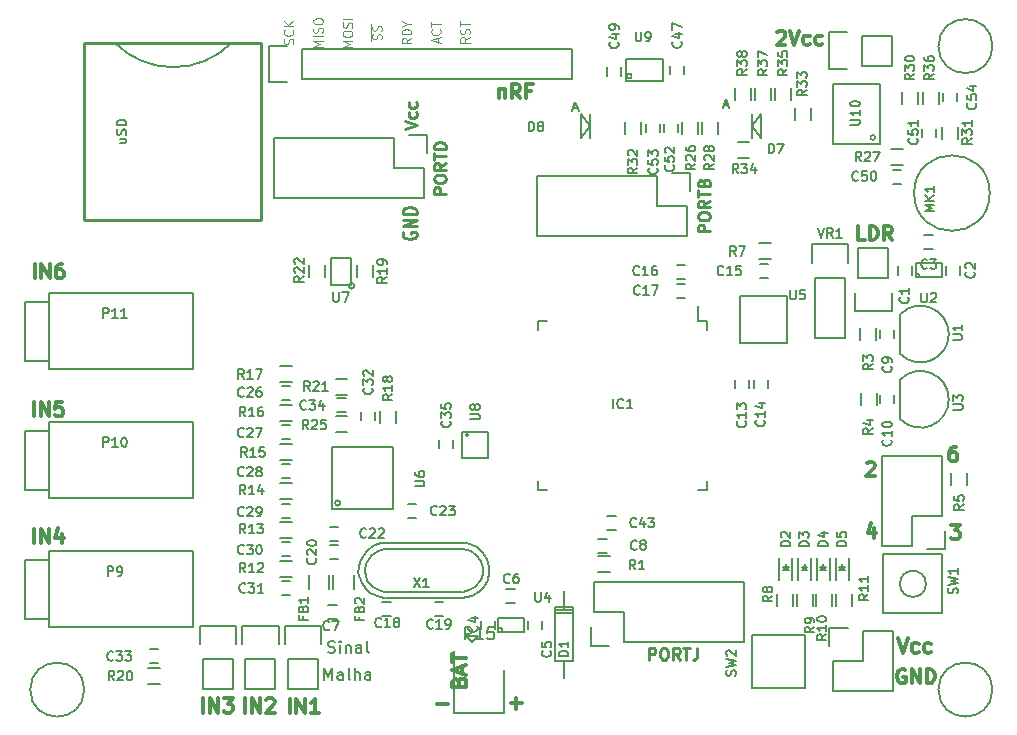
<source format=gbr>
G04 #@! TF.FileFunction,Legend,Top*
%FSLAX46Y46*%
G04 Gerber Fmt 4.6, Leading zero omitted, Abs format (unit mm)*
G04 Created by KiCad (PCBNEW (2015-08-05 BZR 6055, Git fa29c62)-product) date 10/03/2016 14:30:23*
%MOMM*%
G01*
G04 APERTURE LIST*
%ADD10C,0.100000*%
%ADD11C,0.300000*%
%ADD12C,0.250000*%
%ADD13C,0.150000*%
%ADD14C,0.125000*%
%ADD15C,0.254000*%
G04 APERTURE END LIST*
D10*
D11*
X96570857Y-162899714D02*
X97485143Y-162899714D01*
X125368286Y-106010143D02*
X125425429Y-105953000D01*
X125539715Y-105895857D01*
X125825429Y-105895857D01*
X125939715Y-105953000D01*
X125996858Y-106010143D01*
X126054001Y-106124429D01*
X126054001Y-106238714D01*
X125996858Y-106410143D01*
X125311144Y-107095857D01*
X126054001Y-107095857D01*
X126396858Y-105895857D02*
X126796858Y-107095857D01*
X127196858Y-105895857D01*
X128111143Y-107038714D02*
X127996857Y-107095857D01*
X127768286Y-107095857D01*
X127654000Y-107038714D01*
X127596857Y-106981571D01*
X127539714Y-106867286D01*
X127539714Y-106524429D01*
X127596857Y-106410143D01*
X127654000Y-106353000D01*
X127768286Y-106295857D01*
X127996857Y-106295857D01*
X128111143Y-106353000D01*
X129139714Y-107038714D02*
X129025428Y-107095857D01*
X128796857Y-107095857D01*
X128682571Y-107038714D01*
X128625428Y-106981571D01*
X128568285Y-106867286D01*
X128568285Y-106524429D01*
X128625428Y-106410143D01*
X128682571Y-106353000D01*
X128796857Y-106295857D01*
X129025428Y-106295857D01*
X129139714Y-106353000D01*
X136182215Y-159991500D02*
X136067929Y-159934357D01*
X135896500Y-159934357D01*
X135725072Y-159991500D01*
X135610786Y-160105786D01*
X135553643Y-160220071D01*
X135496500Y-160448643D01*
X135496500Y-160620071D01*
X135553643Y-160848643D01*
X135610786Y-160962929D01*
X135725072Y-161077214D01*
X135896500Y-161134357D01*
X136010786Y-161134357D01*
X136182215Y-161077214D01*
X136239358Y-161020071D01*
X136239358Y-160620071D01*
X136010786Y-160620071D01*
X136753643Y-161134357D02*
X136753643Y-159934357D01*
X137439358Y-161134357D01*
X137439358Y-159934357D01*
X138010786Y-161134357D02*
X138010786Y-159934357D01*
X138296501Y-159934357D01*
X138467929Y-159991500D01*
X138582215Y-160105786D01*
X138639358Y-160220071D01*
X138696501Y-160448643D01*
X138696501Y-160620071D01*
X138639358Y-160848643D01*
X138582215Y-160962929D01*
X138467929Y-161077214D01*
X138296501Y-161134357D01*
X138010786Y-161134357D01*
X135604430Y-157330857D02*
X136004430Y-158530857D01*
X136404430Y-157330857D01*
X137318715Y-158473714D02*
X137204429Y-158530857D01*
X136975858Y-158530857D01*
X136861572Y-158473714D01*
X136804429Y-158416571D01*
X136747286Y-158302286D01*
X136747286Y-157959429D01*
X136804429Y-157845143D01*
X136861572Y-157788000D01*
X136975858Y-157730857D01*
X137204429Y-157730857D01*
X137318715Y-157788000D01*
X138347286Y-158473714D02*
X138233000Y-158530857D01*
X138004429Y-158530857D01*
X137890143Y-158473714D01*
X137833000Y-158416571D01*
X137775857Y-158302286D01*
X137775857Y-157959429D01*
X137833000Y-157845143D01*
X137890143Y-157788000D01*
X138004429Y-157730857D01*
X138233000Y-157730857D01*
X138347286Y-157788000D01*
X102793857Y-162836214D02*
X103708143Y-162836214D01*
X103251000Y-163293357D02*
X103251000Y-162379071D01*
X98402786Y-161032714D02*
X98459929Y-160861285D01*
X98517071Y-160804142D01*
X98631357Y-160746999D01*
X98802786Y-160746999D01*
X98917071Y-160804142D01*
X98974214Y-160861285D01*
X99031357Y-160975571D01*
X99031357Y-161432714D01*
X97831357Y-161432714D01*
X97831357Y-161032714D01*
X97888500Y-160918428D01*
X97945643Y-160861285D01*
X98059929Y-160804142D01*
X98174214Y-160804142D01*
X98288500Y-160861285D01*
X98345643Y-160918428D01*
X98402786Y-161032714D01*
X98402786Y-161432714D01*
X98688500Y-160289857D02*
X98688500Y-159718428D01*
X99031357Y-160404142D02*
X97831357Y-160004142D01*
X99031357Y-159604142D01*
X97831357Y-159375571D02*
X97831357Y-158689857D01*
X99031357Y-159032714D02*
X97831357Y-159032714D01*
X140500072Y-141138357D02*
X140271501Y-141138357D01*
X140157215Y-141195500D01*
X140100072Y-141252643D01*
X139985786Y-141424071D01*
X139928643Y-141652643D01*
X139928643Y-142109786D01*
X139985786Y-142224071D01*
X140042929Y-142281214D01*
X140157215Y-142338357D01*
X140385786Y-142338357D01*
X140500072Y-142281214D01*
X140557215Y-142224071D01*
X140614358Y-142109786D01*
X140614358Y-141824071D01*
X140557215Y-141709786D01*
X140500072Y-141652643D01*
X140385786Y-141595500D01*
X140157215Y-141595500D01*
X140042929Y-141652643D01*
X139985786Y-141709786D01*
X139928643Y-141824071D01*
X140062001Y-147742357D02*
X140804858Y-147742357D01*
X140404858Y-148199500D01*
X140576286Y-148199500D01*
X140690572Y-148256643D01*
X140747715Y-148313786D01*
X140804858Y-148428071D01*
X140804858Y-148713786D01*
X140747715Y-148828071D01*
X140690572Y-148885214D01*
X140576286Y-148942357D01*
X140233429Y-148942357D01*
X140119143Y-148885214D01*
X140062001Y-148828071D01*
X133578572Y-148015357D02*
X133578572Y-148815357D01*
X133292858Y-147558214D02*
X133007143Y-148415357D01*
X133750001Y-148415357D01*
X132943643Y-142522643D02*
X133000786Y-142465500D01*
X133115072Y-142408357D01*
X133400786Y-142408357D01*
X133515072Y-142465500D01*
X133572215Y-142522643D01*
X133629358Y-142636929D01*
X133629358Y-142751214D01*
X133572215Y-142922643D01*
X132886501Y-143608357D01*
X133629358Y-143608357D01*
X132775429Y-123605857D02*
X132204000Y-123605857D01*
X132204000Y-122405857D01*
X133175429Y-123605857D02*
X133175429Y-122405857D01*
X133461144Y-122405857D01*
X133632572Y-122463000D01*
X133746858Y-122577286D01*
X133804001Y-122691571D01*
X133861144Y-122920143D01*
X133861144Y-123091571D01*
X133804001Y-123320143D01*
X133746858Y-123434429D01*
X133632572Y-123548714D01*
X133461144Y-123605857D01*
X133175429Y-123605857D01*
X135061144Y-123605857D02*
X134661144Y-123034429D01*
X134375429Y-123605857D02*
X134375429Y-122405857D01*
X134832572Y-122405857D01*
X134946858Y-122463000D01*
X135004001Y-122520143D01*
X135061144Y-122634429D01*
X135061144Y-122805857D01*
X135004001Y-122920143D01*
X134946858Y-122977286D01*
X134832572Y-123034429D01*
X134375429Y-123034429D01*
D12*
X114474881Y-159138881D02*
X114474881Y-158138881D01*
X114855834Y-158138881D01*
X114951072Y-158186500D01*
X114998691Y-158234119D01*
X115046310Y-158329357D01*
X115046310Y-158472214D01*
X114998691Y-158567452D01*
X114951072Y-158615071D01*
X114855834Y-158662690D01*
X114474881Y-158662690D01*
X115665357Y-158138881D02*
X115855834Y-158138881D01*
X115951072Y-158186500D01*
X116046310Y-158281738D01*
X116093929Y-158472214D01*
X116093929Y-158805548D01*
X116046310Y-158996024D01*
X115951072Y-159091262D01*
X115855834Y-159138881D01*
X115665357Y-159138881D01*
X115570119Y-159091262D01*
X115474881Y-158996024D01*
X115427262Y-158805548D01*
X115427262Y-158472214D01*
X115474881Y-158281738D01*
X115570119Y-158186500D01*
X115665357Y-158138881D01*
X117093929Y-159138881D02*
X116760595Y-158662690D01*
X116522500Y-159138881D02*
X116522500Y-158138881D01*
X116903453Y-158138881D01*
X116998691Y-158186500D01*
X117046310Y-158234119D01*
X117093929Y-158329357D01*
X117093929Y-158472214D01*
X117046310Y-158567452D01*
X116998691Y-158615071D01*
X116903453Y-158662690D01*
X116522500Y-158662690D01*
X117379643Y-158138881D02*
X117951072Y-158138881D01*
X117665357Y-159138881D02*
X117665357Y-158138881D01*
X118570120Y-158138881D02*
X118570120Y-158853167D01*
X118522500Y-158996024D01*
X118427262Y-159091262D01*
X118284405Y-159138881D01*
X118189167Y-159138881D01*
D13*
X87336524Y-158519762D02*
X87479381Y-158567381D01*
X87717477Y-158567381D01*
X87812715Y-158519762D01*
X87860334Y-158472143D01*
X87907953Y-158376905D01*
X87907953Y-158281667D01*
X87860334Y-158186429D01*
X87812715Y-158138810D01*
X87717477Y-158091190D01*
X87527000Y-158043571D01*
X87431762Y-157995952D01*
X87384143Y-157948333D01*
X87336524Y-157853095D01*
X87336524Y-157757857D01*
X87384143Y-157662619D01*
X87431762Y-157615000D01*
X87527000Y-157567381D01*
X87765096Y-157567381D01*
X87907953Y-157615000D01*
X88336524Y-158567381D02*
X88336524Y-157900714D01*
X88336524Y-157567381D02*
X88288905Y-157615000D01*
X88336524Y-157662619D01*
X88384143Y-157615000D01*
X88336524Y-157567381D01*
X88336524Y-157662619D01*
X88812714Y-157900714D02*
X88812714Y-158567381D01*
X88812714Y-157995952D02*
X88860333Y-157948333D01*
X88955571Y-157900714D01*
X89098429Y-157900714D01*
X89193667Y-157948333D01*
X89241286Y-158043571D01*
X89241286Y-158567381D01*
X90146048Y-158567381D02*
X90146048Y-158043571D01*
X90098429Y-157948333D01*
X90003191Y-157900714D01*
X89812714Y-157900714D01*
X89717476Y-157948333D01*
X90146048Y-158519762D02*
X90050810Y-158567381D01*
X89812714Y-158567381D01*
X89717476Y-158519762D01*
X89669857Y-158424524D01*
X89669857Y-158329286D01*
X89717476Y-158234048D01*
X89812714Y-158186429D01*
X90050810Y-158186429D01*
X90146048Y-158138810D01*
X90765095Y-158567381D02*
X90669857Y-158519762D01*
X90622238Y-158424524D01*
X90622238Y-157567381D01*
X87011119Y-160853381D02*
X87011119Y-159853381D01*
X87344453Y-160567667D01*
X87677786Y-159853381D01*
X87677786Y-160853381D01*
X88582548Y-160853381D02*
X88582548Y-160329571D01*
X88534929Y-160234333D01*
X88439691Y-160186714D01*
X88249214Y-160186714D01*
X88153976Y-160234333D01*
X88582548Y-160805762D02*
X88487310Y-160853381D01*
X88249214Y-160853381D01*
X88153976Y-160805762D01*
X88106357Y-160710524D01*
X88106357Y-160615286D01*
X88153976Y-160520048D01*
X88249214Y-160472429D01*
X88487310Y-160472429D01*
X88582548Y-160424810D01*
X89201595Y-160853381D02*
X89106357Y-160805762D01*
X89058738Y-160710524D01*
X89058738Y-159853381D01*
X89582548Y-160853381D02*
X89582548Y-159853381D01*
X90011120Y-160853381D02*
X90011120Y-160329571D01*
X89963501Y-160234333D01*
X89868263Y-160186714D01*
X89725405Y-160186714D01*
X89630167Y-160234333D01*
X89582548Y-160281952D01*
X90915882Y-160853381D02*
X90915882Y-160329571D01*
X90868263Y-160234333D01*
X90773025Y-160186714D01*
X90582548Y-160186714D01*
X90487310Y-160234333D01*
X90915882Y-160805762D02*
X90820644Y-160853381D01*
X90582548Y-160853381D01*
X90487310Y-160805762D01*
X90439691Y-160710524D01*
X90439691Y-160615286D01*
X90487310Y-160520048D01*
X90582548Y-160472429D01*
X90820644Y-160472429D01*
X90915882Y-160424810D01*
D11*
X84080500Y-163674357D02*
X84080500Y-162474357D01*
X84651929Y-163674357D02*
X84651929Y-162474357D01*
X85337644Y-163674357D01*
X85337644Y-162474357D01*
X86537644Y-163674357D02*
X85851929Y-163674357D01*
X86194787Y-163674357D02*
X86194787Y-162474357D01*
X86080501Y-162645786D01*
X85966215Y-162760071D01*
X85851929Y-162817214D01*
X80334000Y-163610857D02*
X80334000Y-162410857D01*
X80905429Y-163610857D02*
X80905429Y-162410857D01*
X81591144Y-163610857D01*
X81591144Y-162410857D01*
X82105429Y-162525143D02*
X82162572Y-162468000D01*
X82276858Y-162410857D01*
X82562572Y-162410857D01*
X82676858Y-162468000D01*
X82734001Y-162525143D01*
X82791144Y-162639429D01*
X82791144Y-162753714D01*
X82734001Y-162925143D01*
X82048287Y-163610857D01*
X82791144Y-163610857D01*
X76778000Y-163610857D02*
X76778000Y-162410857D01*
X77349429Y-163610857D02*
X77349429Y-162410857D01*
X78035144Y-163610857D01*
X78035144Y-162410857D01*
X78492287Y-162410857D02*
X79235144Y-162410857D01*
X78835144Y-162868000D01*
X79006572Y-162868000D01*
X79120858Y-162925143D01*
X79178001Y-162982286D01*
X79235144Y-163096571D01*
X79235144Y-163382286D01*
X79178001Y-163496571D01*
X79120858Y-163553714D01*
X79006572Y-163610857D01*
X78663715Y-163610857D01*
X78549429Y-163553714D01*
X78492287Y-163496571D01*
X62427000Y-149259857D02*
X62427000Y-148059857D01*
X62998429Y-149259857D02*
X62998429Y-148059857D01*
X63684144Y-149259857D01*
X63684144Y-148059857D01*
X64769858Y-148459857D02*
X64769858Y-149259857D01*
X64484144Y-148002714D02*
X64198429Y-148859857D01*
X64941287Y-148859857D01*
X62427000Y-138528357D02*
X62427000Y-137328357D01*
X62998429Y-138528357D02*
X62998429Y-137328357D01*
X63684144Y-138528357D01*
X63684144Y-137328357D01*
X64827001Y-137328357D02*
X64255572Y-137328357D01*
X64198429Y-137899786D01*
X64255572Y-137842643D01*
X64369858Y-137785500D01*
X64655572Y-137785500D01*
X64769858Y-137842643D01*
X64827001Y-137899786D01*
X64884144Y-138014071D01*
X64884144Y-138299786D01*
X64827001Y-138414071D01*
X64769858Y-138471214D01*
X64655572Y-138528357D01*
X64369858Y-138528357D01*
X64255572Y-138471214D01*
X64198429Y-138414071D01*
X62490500Y-126844357D02*
X62490500Y-125644357D01*
X63061929Y-126844357D02*
X63061929Y-125644357D01*
X63747644Y-126844357D01*
X63747644Y-125644357D01*
X64833358Y-125644357D02*
X64604787Y-125644357D01*
X64490501Y-125701500D01*
X64433358Y-125758643D01*
X64319072Y-125930071D01*
X64261929Y-126158643D01*
X64261929Y-126615786D01*
X64319072Y-126730071D01*
X64376215Y-126787214D01*
X64490501Y-126844357D01*
X64719072Y-126844357D01*
X64833358Y-126787214D01*
X64890501Y-126730071D01*
X64947644Y-126615786D01*
X64947644Y-126330071D01*
X64890501Y-126215786D01*
X64833358Y-126158643D01*
X64719072Y-126101500D01*
X64490501Y-126101500D01*
X64376215Y-126158643D01*
X64319072Y-126215786D01*
X64261929Y-126330071D01*
D14*
X84357310Y-107009286D02*
X84395405Y-106902143D01*
X84395405Y-106723572D01*
X84357310Y-106652143D01*
X84319214Y-106616429D01*
X84243024Y-106580714D01*
X84166833Y-106580714D01*
X84090643Y-106616429D01*
X84052548Y-106652143D01*
X84014452Y-106723572D01*
X83976357Y-106866429D01*
X83938262Y-106937857D01*
X83900167Y-106973572D01*
X83823976Y-107009286D01*
X83747786Y-107009286D01*
X83671595Y-106973572D01*
X83633500Y-106937857D01*
X83595405Y-106866429D01*
X83595405Y-106687857D01*
X83633500Y-106580714D01*
X84319214Y-105830714D02*
X84357310Y-105866428D01*
X84395405Y-105973571D01*
X84395405Y-106045000D01*
X84357310Y-106152143D01*
X84281119Y-106223571D01*
X84204929Y-106259286D01*
X84052548Y-106295000D01*
X83938262Y-106295000D01*
X83785881Y-106259286D01*
X83709690Y-106223571D01*
X83633500Y-106152143D01*
X83595405Y-106045000D01*
X83595405Y-105973571D01*
X83633500Y-105866428D01*
X83671595Y-105830714D01*
X84395405Y-105509286D02*
X83595405Y-105509286D01*
X84395405Y-105080714D02*
X83938262Y-105402143D01*
X83595405Y-105080714D02*
X84052548Y-105509286D01*
X86885405Y-107223572D02*
X86085405Y-107223572D01*
X86656833Y-106973572D01*
X86085405Y-106723572D01*
X86885405Y-106723572D01*
X86885405Y-106366429D02*
X86085405Y-106366429D01*
X86847310Y-106045000D02*
X86885405Y-105937857D01*
X86885405Y-105759286D01*
X86847310Y-105687857D01*
X86809214Y-105652143D01*
X86733024Y-105616428D01*
X86656833Y-105616428D01*
X86580643Y-105652143D01*
X86542548Y-105687857D01*
X86504452Y-105759286D01*
X86466357Y-105902143D01*
X86428262Y-105973571D01*
X86390167Y-106009286D01*
X86313976Y-106045000D01*
X86237786Y-106045000D01*
X86161595Y-106009286D01*
X86123500Y-105973571D01*
X86085405Y-105902143D01*
X86085405Y-105723571D01*
X86123500Y-105616428D01*
X86085405Y-105152142D02*
X86085405Y-105009285D01*
X86123500Y-104937857D01*
X86199690Y-104866428D01*
X86352071Y-104830714D01*
X86618738Y-104830714D01*
X86771119Y-104866428D01*
X86847310Y-104937857D01*
X86885405Y-105009285D01*
X86885405Y-105152142D01*
X86847310Y-105223571D01*
X86771119Y-105295000D01*
X86618738Y-105330714D01*
X86352071Y-105330714D01*
X86199690Y-105295000D01*
X86123500Y-105223571D01*
X86085405Y-105152142D01*
X89375405Y-107223572D02*
X88575405Y-107223572D01*
X89146833Y-106973572D01*
X88575405Y-106723572D01*
X89375405Y-106723572D01*
X88575405Y-106223571D02*
X88575405Y-106080714D01*
X88613500Y-106009286D01*
X88689690Y-105937857D01*
X88842071Y-105902143D01*
X89108738Y-105902143D01*
X89261119Y-105937857D01*
X89337310Y-106009286D01*
X89375405Y-106080714D01*
X89375405Y-106223571D01*
X89337310Y-106295000D01*
X89261119Y-106366429D01*
X89108738Y-106402143D01*
X88842071Y-106402143D01*
X88689690Y-106366429D01*
X88613500Y-106295000D01*
X88575405Y-106223571D01*
X89337310Y-105616429D02*
X89375405Y-105509286D01*
X89375405Y-105330715D01*
X89337310Y-105259286D01*
X89299214Y-105223572D01*
X89223024Y-105187857D01*
X89146833Y-105187857D01*
X89070643Y-105223572D01*
X89032548Y-105259286D01*
X88994452Y-105330715D01*
X88956357Y-105473572D01*
X88918262Y-105545000D01*
X88880167Y-105580715D01*
X88803976Y-105616429D01*
X88727786Y-105616429D01*
X88651595Y-105580715D01*
X88613500Y-105545000D01*
X88575405Y-105473572D01*
X88575405Y-105295000D01*
X88613500Y-105187857D01*
X89375405Y-104866429D02*
X88575405Y-104866429D01*
X91827310Y-106616429D02*
X91865405Y-106509286D01*
X91865405Y-106330715D01*
X91827310Y-106259286D01*
X91789214Y-106223572D01*
X91713024Y-106187857D01*
X91636833Y-106187857D01*
X91560643Y-106223572D01*
X91522548Y-106259286D01*
X91484452Y-106330715D01*
X91446357Y-106473572D01*
X91408262Y-106545000D01*
X91370167Y-106580715D01*
X91293976Y-106616429D01*
X91217786Y-106616429D01*
X91141595Y-106580715D01*
X91103500Y-106545000D01*
X91065405Y-106473572D01*
X91065405Y-106295000D01*
X91103500Y-106187857D01*
X91827310Y-105902143D02*
X91865405Y-105795000D01*
X91865405Y-105616429D01*
X91827310Y-105545000D01*
X91789214Y-105509286D01*
X91713024Y-105473571D01*
X91636833Y-105473571D01*
X91560643Y-105509286D01*
X91522548Y-105545000D01*
X91484452Y-105616429D01*
X91446357Y-105759286D01*
X91408262Y-105830714D01*
X91370167Y-105866429D01*
X91293976Y-105902143D01*
X91217786Y-105902143D01*
X91141595Y-105866429D01*
X91103500Y-105830714D01*
X91065405Y-105759286D01*
X91065405Y-105580714D01*
X91103500Y-105473571D01*
X90927500Y-106759286D02*
X90927500Y-105330714D01*
X94355405Y-106509285D02*
X93974452Y-106759285D01*
X94355405Y-106937857D02*
X93555405Y-106937857D01*
X93555405Y-106652142D01*
X93593500Y-106580714D01*
X93631595Y-106544999D01*
X93707786Y-106509285D01*
X93822071Y-106509285D01*
X93898262Y-106544999D01*
X93936357Y-106580714D01*
X93974452Y-106652142D01*
X93974452Y-106937857D01*
X94355405Y-106187857D02*
X93555405Y-106187857D01*
X93555405Y-106009285D01*
X93593500Y-105902142D01*
X93669690Y-105830714D01*
X93745881Y-105794999D01*
X93898262Y-105759285D01*
X94012548Y-105759285D01*
X94164929Y-105794999D01*
X94241119Y-105830714D01*
X94317310Y-105902142D01*
X94355405Y-106009285D01*
X94355405Y-106187857D01*
X93974452Y-105294999D02*
X94355405Y-105294999D01*
X93555405Y-105544999D02*
X93974452Y-105294999D01*
X93555405Y-105044999D01*
X96616833Y-106884286D02*
X96616833Y-106527143D01*
X96845405Y-106955714D02*
X96045405Y-106705714D01*
X96845405Y-106455714D01*
X96769214Y-105777143D02*
X96807310Y-105812857D01*
X96845405Y-105920000D01*
X96845405Y-105991429D01*
X96807310Y-106098572D01*
X96731119Y-106170000D01*
X96654929Y-106205715D01*
X96502548Y-106241429D01*
X96388262Y-106241429D01*
X96235881Y-106205715D01*
X96159690Y-106170000D01*
X96083500Y-106098572D01*
X96045405Y-105991429D01*
X96045405Y-105920000D01*
X96083500Y-105812857D01*
X96121595Y-105777143D01*
X96045405Y-105562857D02*
X96045405Y-105134286D01*
X96845405Y-105348572D02*
X96045405Y-105348572D01*
X99335405Y-106455714D02*
X98954452Y-106705714D01*
X99335405Y-106884286D02*
X98535405Y-106884286D01*
X98535405Y-106598571D01*
X98573500Y-106527143D01*
X98611595Y-106491428D01*
X98687786Y-106455714D01*
X98802071Y-106455714D01*
X98878262Y-106491428D01*
X98916357Y-106527143D01*
X98954452Y-106598571D01*
X98954452Y-106884286D01*
X99297310Y-106170000D02*
X99335405Y-106062857D01*
X99335405Y-105884286D01*
X99297310Y-105812857D01*
X99259214Y-105777143D01*
X99183024Y-105741428D01*
X99106833Y-105741428D01*
X99030643Y-105777143D01*
X98992548Y-105812857D01*
X98954452Y-105884286D01*
X98916357Y-106027143D01*
X98878262Y-106098571D01*
X98840167Y-106134286D01*
X98763976Y-106170000D01*
X98687786Y-106170000D01*
X98611595Y-106134286D01*
X98573500Y-106098571D01*
X98535405Y-106027143D01*
X98535405Y-105848571D01*
X98573500Y-105741428D01*
X98535405Y-105527142D02*
X98535405Y-105098571D01*
X99335405Y-105312857D02*
X98535405Y-105312857D01*
D11*
X101816072Y-110804357D02*
X101816072Y-111604357D01*
X101816072Y-110918643D02*
X101873215Y-110861500D01*
X101987501Y-110804357D01*
X102158929Y-110804357D01*
X102273215Y-110861500D01*
X102330358Y-110975786D01*
X102330358Y-111604357D01*
X103587501Y-111604357D02*
X103187501Y-111032929D01*
X102901786Y-111604357D02*
X102901786Y-110404357D01*
X103358929Y-110404357D01*
X103473215Y-110461500D01*
X103530358Y-110518643D01*
X103587501Y-110632929D01*
X103587501Y-110804357D01*
X103530358Y-110918643D01*
X103473215Y-110975786D01*
X103358929Y-111032929D01*
X102901786Y-111032929D01*
X104501786Y-110975786D02*
X104101786Y-110975786D01*
X104101786Y-111604357D02*
X104101786Y-110404357D01*
X104673215Y-110404357D01*
D12*
X93697500Y-122935904D02*
X93640357Y-123031142D01*
X93640357Y-123173999D01*
X93697500Y-123316857D01*
X93811786Y-123412095D01*
X93926071Y-123459714D01*
X94154643Y-123507333D01*
X94326071Y-123507333D01*
X94554643Y-123459714D01*
X94668929Y-123412095D01*
X94783214Y-123316857D01*
X94840357Y-123173999D01*
X94840357Y-123078761D01*
X94783214Y-122935904D01*
X94726071Y-122888285D01*
X94326071Y-122888285D01*
X94326071Y-123078761D01*
X94840357Y-122459714D02*
X93640357Y-122459714D01*
X94840357Y-121888285D01*
X93640357Y-121888285D01*
X94840357Y-121412095D02*
X93640357Y-121412095D01*
X93640357Y-121174000D01*
X93697500Y-121031142D01*
X93811786Y-120935904D01*
X93926071Y-120888285D01*
X94154643Y-120840666D01*
X94326071Y-120840666D01*
X94554643Y-120888285D01*
X94668929Y-120935904D01*
X94783214Y-121031142D01*
X94840357Y-121174000D01*
X94840357Y-121412095D01*
X93813381Y-114220476D02*
X94813381Y-113887143D01*
X93813381Y-113553809D01*
X94765762Y-112791904D02*
X94813381Y-112887142D01*
X94813381Y-113077619D01*
X94765762Y-113172857D01*
X94718143Y-113220476D01*
X94622905Y-113268095D01*
X94337190Y-113268095D01*
X94241952Y-113220476D01*
X94194333Y-113172857D01*
X94146714Y-113077619D01*
X94146714Y-112887142D01*
X94194333Y-112791904D01*
X94765762Y-111934761D02*
X94813381Y-112029999D01*
X94813381Y-112220476D01*
X94765762Y-112315714D01*
X94718143Y-112363333D01*
X94622905Y-112410952D01*
X94337190Y-112410952D01*
X94241952Y-112363333D01*
X94194333Y-112315714D01*
X94146714Y-112220476D01*
X94146714Y-112029999D01*
X94194333Y-111934761D01*
X97289881Y-119705167D02*
X96289881Y-119705167D01*
X96289881Y-119324214D01*
X96337500Y-119228976D01*
X96385119Y-119181357D01*
X96480357Y-119133738D01*
X96623214Y-119133738D01*
X96718452Y-119181357D01*
X96766071Y-119228976D01*
X96813690Y-119324214D01*
X96813690Y-119705167D01*
X96289881Y-118514691D02*
X96289881Y-118324214D01*
X96337500Y-118228976D01*
X96432738Y-118133738D01*
X96623214Y-118086119D01*
X96956548Y-118086119D01*
X97147024Y-118133738D01*
X97242262Y-118228976D01*
X97289881Y-118324214D01*
X97289881Y-118514691D01*
X97242262Y-118609929D01*
X97147024Y-118705167D01*
X96956548Y-118752786D01*
X96623214Y-118752786D01*
X96432738Y-118705167D01*
X96337500Y-118609929D01*
X96289881Y-118514691D01*
X97289881Y-117086119D02*
X96813690Y-117419453D01*
X97289881Y-117657548D02*
X96289881Y-117657548D01*
X96289881Y-117276595D01*
X96337500Y-117181357D01*
X96385119Y-117133738D01*
X96480357Y-117086119D01*
X96623214Y-117086119D01*
X96718452Y-117133738D01*
X96766071Y-117181357D01*
X96813690Y-117276595D01*
X96813690Y-117657548D01*
X96289881Y-116800405D02*
X96289881Y-116228976D01*
X97289881Y-116514691D02*
X96289881Y-116514691D01*
X97289881Y-115895643D02*
X96289881Y-115895643D01*
X96289881Y-115657548D01*
X96337500Y-115514690D01*
X96432738Y-115419452D01*
X96527976Y-115371833D01*
X96718452Y-115324214D01*
X96861310Y-115324214D01*
X97051786Y-115371833D01*
X97147024Y-115419452D01*
X97242262Y-115514690D01*
X97289881Y-115657548D01*
X97289881Y-115895643D01*
X119641881Y-122880167D02*
X118641881Y-122880167D01*
X118641881Y-122499214D01*
X118689500Y-122403976D01*
X118737119Y-122356357D01*
X118832357Y-122308738D01*
X118975214Y-122308738D01*
X119070452Y-122356357D01*
X119118071Y-122403976D01*
X119165690Y-122499214D01*
X119165690Y-122880167D01*
X118641881Y-121689691D02*
X118641881Y-121499214D01*
X118689500Y-121403976D01*
X118784738Y-121308738D01*
X118975214Y-121261119D01*
X119308548Y-121261119D01*
X119499024Y-121308738D01*
X119594262Y-121403976D01*
X119641881Y-121499214D01*
X119641881Y-121689691D01*
X119594262Y-121784929D01*
X119499024Y-121880167D01*
X119308548Y-121927786D01*
X118975214Y-121927786D01*
X118784738Y-121880167D01*
X118689500Y-121784929D01*
X118641881Y-121689691D01*
X119641881Y-120261119D02*
X119165690Y-120594453D01*
X119641881Y-120832548D02*
X118641881Y-120832548D01*
X118641881Y-120451595D01*
X118689500Y-120356357D01*
X118737119Y-120308738D01*
X118832357Y-120261119D01*
X118975214Y-120261119D01*
X119070452Y-120308738D01*
X119118071Y-120356357D01*
X119165690Y-120451595D01*
X119165690Y-120832548D01*
X118641881Y-119975405D02*
X118641881Y-119403976D01*
X119641881Y-119689691D02*
X118641881Y-119689691D01*
X119118071Y-118737309D02*
X119165690Y-118594452D01*
X119213310Y-118546833D01*
X119308548Y-118499214D01*
X119451405Y-118499214D01*
X119546643Y-118546833D01*
X119594262Y-118594452D01*
X119641881Y-118689690D01*
X119641881Y-119070643D01*
X118641881Y-119070643D01*
X118641881Y-118737309D01*
X118689500Y-118642071D01*
X118737119Y-118594452D01*
X118832357Y-118546833D01*
X118927595Y-118546833D01*
X119022833Y-118594452D01*
X119070452Y-118642071D01*
X119118071Y-118737309D01*
X119118071Y-119070643D01*
D13*
X87955500Y-138517000D02*
X88955500Y-138517000D01*
X88955500Y-139867000D02*
X87955500Y-139867000D01*
X89812500Y-126738000D02*
X89812500Y-125738000D01*
X91162500Y-125738000D02*
X91162500Y-126738000D01*
X87035000Y-125738000D02*
X87035000Y-126738000D01*
X85685000Y-126738000D02*
X85685000Y-125738000D01*
X143573500Y-161671000D02*
G75*
G03X143573500Y-161671000I-2286000J0D01*
G01*
X66675000Y-161671000D02*
G75*
G03X66675000Y-161671000I-2286000J0D01*
G01*
X143573500Y-107188000D02*
G75*
G03X143573500Y-107188000I-2286000J0D01*
G01*
X117729000Y-123253500D02*
X105029000Y-123253500D01*
X105029000Y-123253500D02*
X105029000Y-118173500D01*
X105029000Y-118173500D02*
X115189000Y-118173500D01*
X117729000Y-123253500D02*
X117729000Y-120713500D01*
X118009000Y-119443500D02*
X118009000Y-117893500D01*
X117729000Y-120713500D02*
X115189000Y-120713500D01*
X115189000Y-120713500D02*
X115189000Y-118173500D01*
X118009000Y-117893500D02*
X116459000Y-117893500D01*
X117571000Y-126901500D02*
X116871000Y-126901500D01*
X116871000Y-125701500D02*
X117571000Y-125701500D01*
X95440500Y-120078500D02*
X82740500Y-120078500D01*
X82740500Y-120078500D02*
X82740500Y-114998500D01*
X82740500Y-114998500D02*
X92900500Y-114998500D01*
X95440500Y-120078500D02*
X95440500Y-117538500D01*
X95720500Y-116268500D02*
X95720500Y-114718500D01*
X95440500Y-117538500D02*
X92900500Y-117538500D01*
X92900500Y-117538500D02*
X92900500Y-114998500D01*
X95720500Y-114718500D02*
X94170500Y-114718500D01*
X135777500Y-135396500D02*
X135777500Y-138796500D01*
X135780444Y-135399444D02*
G75*
G02X139877500Y-137096500I1697056J-1697056D01*
G01*
X135780444Y-138793556D02*
G75*
G03X139877500Y-137096500I1697056J1697056D01*
G01*
X90741500Y-152575260D02*
X90540840Y-152173940D01*
X90540840Y-152173940D02*
X90439240Y-151574500D01*
X90439240Y-151574500D02*
X90540840Y-151074120D01*
X90540840Y-151074120D02*
X90939620Y-150375620D01*
X90939620Y-150375620D02*
X91541600Y-149974300D01*
X91541600Y-149974300D02*
X92141040Y-149773640D01*
X92141040Y-149773640D02*
X98739960Y-149773640D01*
X98739960Y-149773640D02*
X99441000Y-149974300D01*
X99441000Y-149974300D02*
X99839780Y-150274020D01*
X99839780Y-150274020D02*
X100241100Y-150774400D01*
X100241100Y-150774400D02*
X100441760Y-151373840D01*
X100441760Y-151373840D02*
X100441760Y-151874220D01*
X100441760Y-151874220D02*
X100241100Y-152374600D01*
X100241100Y-152374600D02*
X99740720Y-152974040D01*
X99740720Y-152974040D02*
X99240340Y-153273760D01*
X99240340Y-153273760D02*
X98739960Y-153375360D01*
X98640900Y-153375360D02*
X92039440Y-153375360D01*
X92039440Y-153375360D02*
X91640660Y-153273760D01*
X91640660Y-153273760D02*
X91140280Y-152974040D01*
X91140280Y-152974040D02*
X90639900Y-152473660D01*
X98630740Y-153903680D02*
X99090480Y-153855420D01*
X99090480Y-153855420D02*
X99489260Y-153743660D01*
X99489260Y-153743660D02*
X99921060Y-153525220D01*
X99921060Y-153525220D02*
X100210620Y-153294080D01*
X100210620Y-153294080D02*
X100540820Y-152943560D01*
X100540820Y-152943560D02*
X100830380Y-152405080D01*
X100830380Y-152405080D02*
X100959920Y-151805640D01*
X100959920Y-151805640D02*
X100959920Y-151295100D01*
X100959920Y-151295100D02*
X100789740Y-150594060D01*
X100789740Y-150594060D02*
X100390960Y-150004780D01*
X100390960Y-150004780D02*
X99931220Y-149633940D01*
X99931220Y-149633940D02*
X99509580Y-149425660D01*
X99509580Y-149425660D02*
X99060000Y-149265640D01*
X99060000Y-149265640D02*
X98620580Y-149235160D01*
X91279980Y-149453600D02*
X90901520Y-149674580D01*
X90901520Y-149674580D02*
X90581480Y-149953980D01*
X90581480Y-149953980D02*
X90330020Y-150284180D01*
X90330020Y-150284180D02*
X90030300Y-150835360D01*
X90030300Y-150835360D02*
X89921080Y-151305260D01*
X89921080Y-151305260D02*
X89900760Y-151765000D01*
X89900760Y-151765000D02*
X89989660Y-152224740D01*
X89989660Y-152224740D02*
X90180160Y-152674320D01*
X90180160Y-152674320D02*
X90540840Y-153144220D01*
X90540840Y-153144220D02*
X90891360Y-153464260D01*
X90891360Y-153464260D02*
X91279980Y-153695400D01*
X91279980Y-153695400D02*
X91709240Y-153835100D01*
X91709240Y-153835100D02*
X92151200Y-153903680D01*
X98640900Y-149245320D02*
X92189300Y-149245320D01*
X92189300Y-149245320D02*
X91770200Y-149283420D01*
X91770200Y-149283420D02*
X91279980Y-149453600D01*
X98640900Y-153903680D02*
X92189300Y-153903680D01*
X119443000Y-130429500D02*
X118643000Y-130429500D01*
X119443000Y-144779500D02*
X118643000Y-144779500D01*
X105093000Y-144779500D02*
X105893000Y-144779500D01*
X105093000Y-130429500D02*
X105893000Y-130429500D01*
X119443000Y-130429500D02*
X119443000Y-131229500D01*
X105093000Y-130429500D02*
X105093000Y-131229500D01*
X105093000Y-144779500D02*
X105093000Y-143979500D01*
X119443000Y-144779500D02*
X119443000Y-143979500D01*
X118643000Y-130429500D02*
X118643000Y-129154500D01*
X135283500Y-131222000D02*
X135283500Y-131922000D01*
X134083500Y-131922000D02*
X134083500Y-131222000D01*
X136740900Y-125825700D02*
X136740900Y-126525700D01*
X135540900Y-126525700D02*
X135540900Y-125825700D01*
X139604900Y-126525700D02*
X139604900Y-125825700D01*
X140804900Y-125825700D02*
X140804900Y-126525700D01*
X138522900Y-124362700D02*
X137822900Y-124362700D01*
X137822900Y-123162700D02*
X138522900Y-123162700D01*
X101469750Y-155828250D02*
X101469750Y-156528250D01*
X100269750Y-156528250D02*
X100269750Y-155828250D01*
X104270250Y-156528250D02*
X104270250Y-155828250D01*
X105470250Y-155828250D02*
X105470250Y-156528250D01*
X103124750Y-154365250D02*
X102424750Y-154365250D01*
X102424750Y-153165250D02*
X103124750Y-153165250D01*
X88043500Y-155730500D02*
X87343500Y-155730500D01*
X87343500Y-154530500D02*
X88043500Y-154530500D01*
X110903500Y-150079000D02*
X110203500Y-150079000D01*
X110203500Y-148879000D02*
X110903500Y-148879000D01*
X135283500Y-136746500D02*
X135283500Y-137446500D01*
X134083500Y-137446500D02*
X134083500Y-136746500D01*
X121764500Y-136176500D02*
X121764500Y-135476500D01*
X122964500Y-135476500D02*
X122964500Y-136176500D01*
X123352000Y-136176500D02*
X123352000Y-135476500D01*
X124552000Y-135476500D02*
X124552000Y-136176500D01*
X124578860Y-126820220D02*
X123878860Y-126820220D01*
X123878860Y-125620220D02*
X124578860Y-125620220D01*
X117571000Y-128489000D02*
X116871000Y-128489000D01*
X116871000Y-127289000D02*
X117571000Y-127289000D01*
X91915500Y-154213000D02*
X92615500Y-154213000D01*
X92615500Y-155413000D02*
X91915500Y-155413000D01*
X96360500Y-154276500D02*
X97060500Y-154276500D01*
X97060500Y-155476500D02*
X96360500Y-155476500D01*
X87470500Y-149450500D02*
X88170500Y-149450500D01*
X88170500Y-150650500D02*
X87470500Y-150650500D01*
X87470500Y-147863000D02*
X88170500Y-147863000D01*
X88170500Y-149063000D02*
X87470500Y-149063000D01*
X94074500Y-145958000D02*
X94774500Y-145958000D01*
X94774500Y-147158000D02*
X94074500Y-147158000D01*
X84106500Y-137188500D02*
X83406500Y-137188500D01*
X83406500Y-135988500D02*
X84106500Y-135988500D01*
X84106500Y-140490500D02*
X83406500Y-140490500D01*
X83406500Y-139290500D02*
X84106500Y-139290500D01*
X84106500Y-143792500D02*
X83406500Y-143792500D01*
X83406500Y-142592500D02*
X84106500Y-142592500D01*
X84106500Y-147158000D02*
X83406500Y-147158000D01*
X83406500Y-145958000D02*
X84106500Y-145958000D01*
X84106500Y-150396500D02*
X83406500Y-150396500D01*
X83406500Y-149196500D02*
X84106500Y-149196500D01*
X84106500Y-153635000D02*
X83406500Y-153635000D01*
X83406500Y-152435000D02*
X84106500Y-152435000D01*
X90141500Y-138843500D02*
X90141500Y-138143500D01*
X91341500Y-138143500D02*
X91341500Y-138843500D01*
X72924000Y-159413500D02*
X72224000Y-159413500D01*
X72224000Y-158213500D02*
X72924000Y-158213500D01*
X88805500Y-138204500D02*
X88105500Y-138204500D01*
X88105500Y-137004500D02*
X88805500Y-137004500D01*
X97882000Y-140556500D02*
X97882000Y-141256500D01*
X96682000Y-141256500D02*
X96682000Y-140556500D01*
X111665500Y-148174000D02*
X110965500Y-148174000D01*
X110965500Y-146974000D02*
X111665500Y-146974000D01*
X107317540Y-159258520D02*
X107317540Y-160655520D01*
X107317540Y-154813520D02*
X107317540Y-153289520D01*
X108079540Y-155194520D02*
X106555540Y-155194520D01*
X108079540Y-154940520D02*
X106555540Y-154940520D01*
X107317540Y-154686520D02*
X106555540Y-154686520D01*
X106555540Y-154686520D02*
X106555540Y-159258520D01*
X106555540Y-159258520D02*
X108079540Y-159258520D01*
X108079540Y-159258520D02*
X108079540Y-154686520D01*
X108079540Y-154686520D02*
X107317540Y-154686520D01*
X126629250Y-152388750D02*
X126629250Y-150488750D01*
X125529250Y-152388750D02*
X125529250Y-150488750D01*
X126079250Y-151488750D02*
X126079250Y-151038750D01*
X125829250Y-151538750D02*
X126329250Y-151538750D01*
X126079250Y-151538750D02*
X125829250Y-151288750D01*
X125829250Y-151288750D02*
X126329250Y-151288750D01*
X126329250Y-151288750D02*
X126079250Y-151538750D01*
X128216750Y-152388750D02*
X128216750Y-150488750D01*
X127116750Y-152388750D02*
X127116750Y-150488750D01*
X127666750Y-151488750D02*
X127666750Y-151038750D01*
X127416750Y-151538750D02*
X127916750Y-151538750D01*
X127666750Y-151538750D02*
X127416750Y-151288750D01*
X127416750Y-151288750D02*
X127916750Y-151288750D01*
X127916750Y-151288750D02*
X127666750Y-151538750D01*
X129804250Y-152388750D02*
X129804250Y-150488750D01*
X128704250Y-152388750D02*
X128704250Y-150488750D01*
X129254250Y-151488750D02*
X129254250Y-151038750D01*
X129004250Y-151538750D02*
X129504250Y-151538750D01*
X129254250Y-151538750D02*
X129004250Y-151288750D01*
X129004250Y-151288750D02*
X129504250Y-151288750D01*
X129504250Y-151288750D02*
X129254250Y-151538750D01*
X131391750Y-152388750D02*
X131391750Y-150488750D01*
X130291750Y-152388750D02*
X130291750Y-150488750D01*
X130841750Y-151488750D02*
X130841750Y-151038750D01*
X130591750Y-151538750D02*
X131091750Y-151538750D01*
X130841750Y-151538750D02*
X130591750Y-151288750D01*
X130591750Y-151288750D02*
X131091750Y-151288750D01*
X131091750Y-151288750D02*
X130841750Y-151538750D01*
X87425500Y-151927000D02*
X87425500Y-153127000D01*
X85675500Y-153127000D02*
X85675500Y-151927000D01*
X89521000Y-151927000D02*
X89521000Y-153127000D01*
X87771000Y-153127000D02*
X87771000Y-151927000D01*
X129768000Y-157988000D02*
X129768000Y-156438000D01*
X131318000Y-156438000D02*
X129768000Y-156438000D01*
X130048000Y-159258000D02*
X132588000Y-159258000D01*
X132588000Y-159258000D02*
X132588000Y-156718000D01*
X132588000Y-156718000D02*
X135128000Y-156718000D01*
X135128000Y-156718000D02*
X135128000Y-161798000D01*
X135128000Y-161798000D02*
X130048000Y-161798000D01*
X130048000Y-161798000D02*
X130048000Y-159258000D01*
X139319000Y-146939000D02*
X139319000Y-141859000D01*
X139599000Y-149759000D02*
X138049000Y-149759000D01*
X136779000Y-149479000D02*
X136779000Y-146939000D01*
X136779000Y-146939000D02*
X139319000Y-146939000D01*
X139319000Y-141859000D02*
X134239000Y-141859000D01*
X134239000Y-141859000D02*
X134239000Y-146939000D01*
X139599000Y-149759000D02*
X139599000Y-148209000D01*
X134239000Y-149479000D02*
X136779000Y-149479000D01*
X134239000Y-146939000D02*
X134239000Y-149479000D01*
X109855000Y-152590500D02*
X122555000Y-152590500D01*
X122555000Y-152590500D02*
X122555000Y-157670500D01*
X122555000Y-157670500D02*
X112395000Y-157670500D01*
X109855000Y-152590500D02*
X109855000Y-155130500D01*
X109575000Y-156400500D02*
X109575000Y-157950500D01*
X109855000Y-155130500D02*
X112395000Y-155130500D01*
X112395000Y-155130500D02*
X112395000Y-157670500D01*
X109575000Y-157950500D02*
X111125000Y-157950500D01*
X85153500Y-107442000D02*
X108013500Y-107442000D01*
X108013500Y-107442000D02*
X108013500Y-109982000D01*
X108013500Y-109982000D02*
X85153500Y-109982000D01*
X82333500Y-107162000D02*
X83883500Y-107162000D01*
X85153500Y-107442000D02*
X85153500Y-109982000D01*
X83883500Y-110262000D02*
X82333500Y-110262000D01*
X82333500Y-110262000D02*
X82333500Y-107162000D01*
X111180500Y-151741500D02*
X110180500Y-151741500D01*
X110180500Y-150391500D02*
X111180500Y-150391500D01*
X132357500Y-132072000D02*
X132357500Y-131072000D01*
X133707500Y-131072000D02*
X133707500Y-132072000D01*
X132421000Y-137596500D02*
X132421000Y-136596500D01*
X133771000Y-136596500D02*
X133771000Y-137596500D01*
X140041000Y-144327500D02*
X140041000Y-143327500D01*
X141391000Y-143327500D02*
X141391000Y-144327500D01*
X124792360Y-125244220D02*
X123792360Y-125244220D01*
X123792360Y-123894220D02*
X124792360Y-123894220D01*
X126690750Y-153582750D02*
X126690750Y-154582750D01*
X125340750Y-154582750D02*
X125340750Y-153582750D01*
X128341750Y-153582750D02*
X128341750Y-154582750D01*
X126991750Y-154582750D02*
X126991750Y-153582750D01*
X129992750Y-153582750D02*
X129992750Y-154582750D01*
X128642750Y-154582750D02*
X128642750Y-153582750D01*
X131643750Y-153582750D02*
X131643750Y-154582750D01*
X130293750Y-154582750D02*
X130293750Y-153582750D01*
X83256500Y-150772500D02*
X84256500Y-150772500D01*
X84256500Y-152122500D02*
X83256500Y-152122500D01*
X83256500Y-147470500D02*
X84256500Y-147470500D01*
X84256500Y-148820500D02*
X83256500Y-148820500D01*
X83256500Y-144168500D02*
X84256500Y-144168500D01*
X84256500Y-145518500D02*
X83256500Y-145518500D01*
X83256500Y-140866500D02*
X84256500Y-140866500D01*
X84256500Y-142216500D02*
X83256500Y-142216500D01*
X83256500Y-137564500D02*
X84256500Y-137564500D01*
X84256500Y-138914500D02*
X83256500Y-138914500D01*
X83256500Y-134262500D02*
X84256500Y-134262500D01*
X84256500Y-135612500D02*
X83256500Y-135612500D01*
X91717500Y-139120500D02*
X91717500Y-138120500D01*
X93067500Y-138120500D02*
X93067500Y-139120500D01*
X72074000Y-159853000D02*
X73074000Y-159853000D01*
X73074000Y-161203000D02*
X72074000Y-161203000D01*
X87955500Y-135342000D02*
X88955500Y-135342000D01*
X88955500Y-136692000D02*
X87955500Y-136692000D01*
X137072900Y-126475700D02*
X137372900Y-126475700D01*
X137372900Y-126475700D02*
X137372900Y-126775700D01*
X139272900Y-125575700D02*
X137072900Y-125575700D01*
X137072900Y-125575700D02*
X137072900Y-126775700D01*
X137072900Y-126775700D02*
X139272900Y-126775700D01*
X139272900Y-126775700D02*
X139272900Y-125575700D01*
X101738250Y-156478250D02*
X102038250Y-156478250D01*
X102038250Y-156478250D02*
X102038250Y-156778250D01*
X103938250Y-155578250D02*
X101738250Y-155578250D01*
X101738250Y-155578250D02*
X101738250Y-156778250D01*
X101738250Y-156778250D02*
X103938250Y-156778250D01*
X103938250Y-156778250D02*
X103938250Y-155578250D01*
X122170440Y-128357880D02*
X122170440Y-132357880D01*
X122170440Y-132357880D02*
X126170440Y-132357880D01*
X126170440Y-132357880D02*
X126170440Y-128357880D01*
X126170440Y-128357880D02*
X122170440Y-128357880D01*
X88357107Y-145864000D02*
G75*
G03X88357107Y-145864000I-223607J0D01*
G01*
X87633500Y-146364000D02*
X87633500Y-141164000D01*
X87633500Y-141164000D02*
X92833500Y-141164000D01*
X92833500Y-141164000D02*
X92833500Y-146364000D01*
X92833500Y-146364000D02*
X87633500Y-146364000D01*
X89555500Y-127488000D02*
G75*
G03X89555500Y-127488000I-250000J0D01*
G01*
X89305500Y-127388000D02*
X87605500Y-127388000D01*
X87605500Y-127388000D02*
X87605500Y-125088000D01*
X87605500Y-125088000D02*
X89305500Y-125088000D01*
X89305500Y-125088000D02*
X89305500Y-127388000D01*
X99231671Y-140138250D02*
G75*
G03X99231671Y-140138250I-141421J0D01*
G01*
X98690250Y-139838250D02*
X98690250Y-142038250D01*
X98690250Y-142038250D02*
X100890250Y-142038250D01*
X100890250Y-142038250D02*
X100890250Y-139838250D01*
X100890250Y-139838250D02*
X98690250Y-139838250D01*
X128539240Y-126804420D02*
X128539240Y-131884420D01*
X128539240Y-131884420D02*
X131079240Y-131884420D01*
X131079240Y-131884420D02*
X131079240Y-126804420D01*
X131359240Y-123984420D02*
X131359240Y-125534420D01*
X131079240Y-126804420D02*
X128539240Y-126804420D01*
X128259240Y-125534420D02*
X128259240Y-123984420D01*
X128259240Y-123984420D02*
X131359240Y-123984420D01*
X132227320Y-126806960D02*
X132227320Y-124266960D01*
X131947320Y-129626960D02*
X131947320Y-128076960D01*
X132227320Y-126806960D02*
X134767320Y-126806960D01*
X135047320Y-128076960D02*
X135047320Y-129626960D01*
X135047320Y-129626960D02*
X131947320Y-129626960D01*
X134767320Y-126806960D02*
X134767320Y-124266960D01*
X134767320Y-124266960D02*
X132227320Y-124266960D01*
X69298000Y-106937000D02*
G75*
G03X79148000Y-106927000I4920000J4930000D01*
G01*
D15*
X66668000Y-106927000D02*
X66668000Y-121927000D01*
X66668000Y-121927000D02*
X81668000Y-121927000D01*
X81668000Y-121927000D02*
X81668000Y-106927000D01*
X66668000Y-106927000D02*
X81668000Y-106927000D01*
D13*
X63676000Y-155662000D02*
X61676000Y-155662000D01*
X61676000Y-155662000D02*
X61676000Y-150662000D01*
X61676000Y-150662000D02*
X63676000Y-150662000D01*
X75876000Y-156362000D02*
X63676000Y-156362000D01*
X63676000Y-156362000D02*
X63676000Y-149962000D01*
X63676000Y-149962000D02*
X75876000Y-149962000D01*
X75876000Y-149962000D02*
X75876000Y-156362000D01*
X63676000Y-144740000D02*
X61676000Y-144740000D01*
X61676000Y-144740000D02*
X61676000Y-139740000D01*
X61676000Y-139740000D02*
X63676000Y-139740000D01*
X75876000Y-145440000D02*
X63676000Y-145440000D01*
X63676000Y-145440000D02*
X63676000Y-139040000D01*
X63676000Y-139040000D02*
X75876000Y-139040000D01*
X75876000Y-139040000D02*
X75876000Y-145440000D01*
X63676000Y-133818000D02*
X61676000Y-133818000D01*
X61676000Y-133818000D02*
X61676000Y-128818000D01*
X61676000Y-128818000D02*
X63676000Y-128818000D01*
X75876000Y-134518000D02*
X63676000Y-134518000D01*
X63676000Y-134518000D02*
X63676000Y-128118000D01*
X63676000Y-128118000D02*
X75876000Y-128118000D01*
X75876000Y-128118000D02*
X75876000Y-134518000D01*
X86470000Y-159070000D02*
X86470000Y-161610000D01*
X86750000Y-156250000D02*
X86750000Y-157800000D01*
X86470000Y-159070000D02*
X83930000Y-159070000D01*
X83650000Y-157800000D02*
X83650000Y-156250000D01*
X83650000Y-156250000D02*
X86750000Y-156250000D01*
X83930000Y-159070000D02*
X83930000Y-161610000D01*
X83930000Y-161610000D02*
X86470000Y-161610000D01*
X82870000Y-159070000D02*
X82870000Y-161610000D01*
X83150000Y-156250000D02*
X83150000Y-157800000D01*
X82870000Y-159070000D02*
X80330000Y-159070000D01*
X80050000Y-157800000D02*
X80050000Y-156250000D01*
X80050000Y-156250000D02*
X83150000Y-156250000D01*
X80330000Y-159070000D02*
X80330000Y-161610000D01*
X80330000Y-161610000D02*
X82870000Y-161610000D01*
X79270000Y-159070000D02*
X79270000Y-161610000D01*
X79550000Y-156250000D02*
X79550000Y-157800000D01*
X79270000Y-159070000D02*
X76730000Y-159070000D01*
X76450000Y-157800000D02*
X76450000Y-156250000D01*
X76450000Y-156250000D02*
X79550000Y-156250000D01*
X76730000Y-159070000D02*
X76730000Y-161610000D01*
X76730000Y-161610000D02*
X79270000Y-161610000D01*
X137947036Y-152717500D02*
G75*
G03X137947036Y-152717500I-1104536J0D01*
G01*
X134342500Y-155217500D02*
X139342500Y-155217500D01*
X139342500Y-155217500D02*
X139342500Y-150217500D01*
X139342500Y-150217500D02*
X134342500Y-150217500D01*
X134342500Y-150217500D02*
X134342500Y-155217500D01*
X127726000Y-159321500D02*
X127726000Y-161571500D01*
X127726000Y-161571500D02*
X123226000Y-161571500D01*
X123226000Y-161571500D02*
X123226000Y-157071500D01*
X123226000Y-157071500D02*
X127726000Y-157071500D01*
X127726000Y-157071500D02*
X127726000Y-159321500D01*
X135777500Y-129872000D02*
X135777500Y-133272000D01*
X135780444Y-129874944D02*
G75*
G02X139877500Y-131572000I1697056J-1697056D01*
G01*
X135780444Y-133269056D02*
G75*
G03X139877500Y-131572000I1697056J1697056D01*
G01*
X117503500Y-108870000D02*
X117503500Y-109570000D01*
X116303500Y-109570000D02*
X116303500Y-108870000D01*
X110969500Y-109697000D02*
X110969500Y-108997000D01*
X112169500Y-108997000D02*
X112169500Y-109697000D01*
X135159000Y-117637000D02*
X135859000Y-117637000D01*
X135859000Y-118837000D02*
X135159000Y-118837000D01*
X138839500Y-114204000D02*
X138839500Y-114904000D01*
X137639500Y-114904000D02*
X137639500Y-114204000D01*
X116995500Y-113759500D02*
X116995500Y-114459500D01*
X115795500Y-114459500D02*
X115795500Y-113759500D01*
X115408000Y-113759500D02*
X115408000Y-114459500D01*
X114208000Y-114459500D02*
X114208000Y-113759500D01*
X139385750Y-111824250D02*
X139385750Y-111124250D01*
X140585750Y-111124250D02*
X140585750Y-111824250D01*
X123253500Y-113919000D02*
X124015500Y-114935000D01*
X123253500Y-113919000D02*
X124015500Y-112903000D01*
X123253500Y-112903000D02*
X123253500Y-114935000D01*
X124015500Y-112903000D02*
X124015500Y-114935000D01*
X109537500Y-113982500D02*
X108775500Y-112966500D01*
X109537500Y-113982500D02*
X108775500Y-114998500D01*
X109537500Y-114998500D02*
X109537500Y-112966500D01*
X108775500Y-114998500D02*
X108775500Y-112966500D01*
X143344500Y-119634000D02*
G75*
G03X143344500Y-119634000I-3200000J0D01*
G01*
X117308000Y-114609500D02*
X117308000Y-113609500D01*
X118658000Y-113609500D02*
X118658000Y-114609500D01*
X136009000Y-117261000D02*
X135009000Y-117261000D01*
X135009000Y-115911000D02*
X136009000Y-115911000D01*
X120309000Y-113609500D02*
X120309000Y-114609500D01*
X118959000Y-114609500D02*
X118959000Y-113609500D01*
X135945250Y-112101250D02*
X135945250Y-111101250D01*
X137295250Y-111101250D02*
X137295250Y-112101250D01*
X140629000Y-114054000D02*
X140629000Y-115054000D01*
X139279000Y-115054000D02*
X139279000Y-114054000D01*
X112482000Y-114609500D02*
X112482000Y-113609500D01*
X113832000Y-113609500D02*
X113832000Y-114609500D01*
X128246500Y-112403000D02*
X128246500Y-113403000D01*
X126896500Y-113403000D02*
X126896500Y-112403000D01*
X122991500Y-116689500D02*
X121991500Y-116689500D01*
X121991500Y-115339500D02*
X122991500Y-115339500D01*
X126532000Y-110752000D02*
X126532000Y-111752000D01*
X125182000Y-111752000D02*
X125182000Y-110752000D01*
X139009750Y-111101250D02*
X139009750Y-112101250D01*
X137659750Y-112101250D02*
X137659750Y-111101250D01*
X124817500Y-110752000D02*
X124817500Y-111752000D01*
X123467500Y-111752000D02*
X123467500Y-110752000D01*
X123103000Y-110752000D02*
X123103000Y-111752000D01*
X121753000Y-111752000D02*
X121753000Y-110752000D01*
X113033107Y-109720000D02*
G75*
G03X113033107Y-109720000I-223607J0D01*
G01*
X115709500Y-110120000D02*
X115709500Y-108320000D01*
X115709500Y-108320000D02*
X112509500Y-108320000D01*
X112509500Y-108320000D02*
X112509500Y-110120000D01*
X112509500Y-110120000D02*
X115709500Y-110120000D01*
X133648250Y-114934750D02*
G75*
G03X133648250Y-114934750I-200000J0D01*
G01*
X134048250Y-112934750D02*
X134048250Y-110434750D01*
X134048250Y-110434750D02*
X130048250Y-110434750D01*
X130048250Y-110434750D02*
X130048250Y-115434750D01*
X130048250Y-115434750D02*
X134048250Y-115434750D01*
X134048250Y-115434750D02*
X134048250Y-112934750D01*
X132524500Y-106299000D02*
X135064500Y-106299000D01*
X129704500Y-106019000D02*
X131254500Y-106019000D01*
X132524500Y-106299000D02*
X132524500Y-108839000D01*
X131254500Y-109119000D02*
X129704500Y-109119000D01*
X129704500Y-109119000D02*
X129704500Y-106019000D01*
X132524500Y-108839000D02*
X135064500Y-108839000D01*
X135064500Y-108839000D02*
X135064500Y-106299000D01*
X98004500Y-158394500D02*
X98004500Y-163644500D01*
X98004500Y-163644500D02*
X102254500Y-163644500D01*
X102254500Y-163644500D02*
X102254500Y-159994500D01*
X99504500Y-157644500D02*
X99004500Y-157144500D01*
X99004500Y-157144500D02*
X100004500Y-157144500D01*
X100004500Y-157144500D02*
X99504500Y-157644500D01*
X85655214Y-139617405D02*
X85388547Y-139236452D01*
X85198071Y-139617405D02*
X85198071Y-138817405D01*
X85502833Y-138817405D01*
X85579024Y-138855500D01*
X85617119Y-138893595D01*
X85655214Y-138969786D01*
X85655214Y-139084071D01*
X85617119Y-139160262D01*
X85579024Y-139198357D01*
X85502833Y-139236452D01*
X85198071Y-139236452D01*
X85959976Y-138893595D02*
X85998071Y-138855500D01*
X86074262Y-138817405D01*
X86264738Y-138817405D01*
X86340928Y-138855500D01*
X86379024Y-138893595D01*
X86417119Y-138969786D01*
X86417119Y-139045976D01*
X86379024Y-139160262D01*
X85921881Y-139617405D01*
X86417119Y-139617405D01*
X87140929Y-138817405D02*
X86759976Y-138817405D01*
X86721881Y-139198357D01*
X86759976Y-139160262D01*
X86836167Y-139122167D01*
X87026643Y-139122167D01*
X87102833Y-139160262D01*
X87140929Y-139198357D01*
X87179024Y-139274548D01*
X87179024Y-139465024D01*
X87140929Y-139541214D01*
X87102833Y-139579310D01*
X87026643Y-139617405D01*
X86836167Y-139617405D01*
X86759976Y-139579310D01*
X86721881Y-139541214D01*
X92309905Y-126752286D02*
X91928952Y-127018953D01*
X92309905Y-127209429D02*
X91509905Y-127209429D01*
X91509905Y-126904667D01*
X91548000Y-126828476D01*
X91586095Y-126790381D01*
X91662286Y-126752286D01*
X91776571Y-126752286D01*
X91852762Y-126790381D01*
X91890857Y-126828476D01*
X91928952Y-126904667D01*
X91928952Y-127209429D01*
X92309905Y-125990381D02*
X92309905Y-126447524D01*
X92309905Y-126218953D02*
X91509905Y-126218953D01*
X91624190Y-126295143D01*
X91700381Y-126371334D01*
X91738476Y-126447524D01*
X92309905Y-125609429D02*
X92309905Y-125457048D01*
X92271810Y-125380857D01*
X92233714Y-125342762D01*
X92119429Y-125266571D01*
X91967048Y-125228476D01*
X91662286Y-125228476D01*
X91586095Y-125266571D01*
X91548000Y-125304667D01*
X91509905Y-125380857D01*
X91509905Y-125533238D01*
X91548000Y-125609429D01*
X91586095Y-125647524D01*
X91662286Y-125685619D01*
X91852762Y-125685619D01*
X91928952Y-125647524D01*
X91967048Y-125609429D01*
X92005143Y-125533238D01*
X92005143Y-125380857D01*
X91967048Y-125304667D01*
X91928952Y-125266571D01*
X91852762Y-125228476D01*
X85261405Y-126688786D02*
X84880452Y-126955453D01*
X85261405Y-127145929D02*
X84461405Y-127145929D01*
X84461405Y-126841167D01*
X84499500Y-126764976D01*
X84537595Y-126726881D01*
X84613786Y-126688786D01*
X84728071Y-126688786D01*
X84804262Y-126726881D01*
X84842357Y-126764976D01*
X84880452Y-126841167D01*
X84880452Y-127145929D01*
X84537595Y-126384024D02*
X84499500Y-126345929D01*
X84461405Y-126269738D01*
X84461405Y-126079262D01*
X84499500Y-126003072D01*
X84537595Y-125964976D01*
X84613786Y-125926881D01*
X84689976Y-125926881D01*
X84804262Y-125964976D01*
X85261405Y-126422119D01*
X85261405Y-125926881D01*
X84537595Y-125622119D02*
X84499500Y-125584024D01*
X84461405Y-125507833D01*
X84461405Y-125317357D01*
X84499500Y-125241167D01*
X84537595Y-125203071D01*
X84613786Y-125164976D01*
X84689976Y-125164976D01*
X84804262Y-125203071D01*
X85261405Y-125660214D01*
X85261405Y-125164976D01*
X113658714Y-126523714D02*
X113620619Y-126561810D01*
X113506333Y-126599905D01*
X113430143Y-126599905D01*
X113315857Y-126561810D01*
X113239666Y-126485619D01*
X113201571Y-126409429D01*
X113163476Y-126257048D01*
X113163476Y-126142762D01*
X113201571Y-125990381D01*
X113239666Y-125914190D01*
X113315857Y-125838000D01*
X113430143Y-125799905D01*
X113506333Y-125799905D01*
X113620619Y-125838000D01*
X113658714Y-125876095D01*
X114420619Y-126599905D02*
X113963476Y-126599905D01*
X114192047Y-126599905D02*
X114192047Y-125799905D01*
X114115857Y-125914190D01*
X114039666Y-125990381D01*
X113963476Y-126028476D01*
X115106333Y-125799905D02*
X114953952Y-125799905D01*
X114877762Y-125838000D01*
X114839667Y-125876095D01*
X114763476Y-125990381D01*
X114725381Y-126142762D01*
X114725381Y-126447524D01*
X114763476Y-126523714D01*
X114801571Y-126561810D01*
X114877762Y-126599905D01*
X115030143Y-126599905D01*
X115106333Y-126561810D01*
X115144429Y-126523714D01*
X115182524Y-126447524D01*
X115182524Y-126257048D01*
X115144429Y-126180857D01*
X115106333Y-126142762D01*
X115030143Y-126104667D01*
X114877762Y-126104667D01*
X114801571Y-126142762D01*
X114763476Y-126180857D01*
X114725381Y-126257048D01*
X140277905Y-137960024D02*
X140925524Y-137960024D01*
X141001714Y-137921929D01*
X141039810Y-137883833D01*
X141077905Y-137807643D01*
X141077905Y-137655262D01*
X141039810Y-137579071D01*
X141001714Y-137540976D01*
X140925524Y-137502881D01*
X140277905Y-137502881D01*
X140277905Y-137198119D02*
X140277905Y-136702881D01*
X140582667Y-136969548D01*
X140582667Y-136855262D01*
X140620762Y-136779072D01*
X140658857Y-136740976D01*
X140735048Y-136702881D01*
X140925524Y-136702881D01*
X141001714Y-136740976D01*
X141039810Y-136779072D01*
X141077905Y-136855262D01*
X141077905Y-137083834D01*
X141039810Y-137160024D01*
X141001714Y-137198119D01*
X94602381Y-152215905D02*
X95135714Y-153015905D01*
X95135714Y-152215905D02*
X94602381Y-153015905D01*
X95859524Y-153015905D02*
X95402381Y-153015905D01*
X95630952Y-153015905D02*
X95630952Y-152215905D01*
X95554762Y-152330190D01*
X95478571Y-152406381D01*
X95402381Y-152444476D01*
X111487048Y-137839405D02*
X111487048Y-137039405D01*
X112325143Y-137763214D02*
X112287048Y-137801310D01*
X112172762Y-137839405D01*
X112096572Y-137839405D01*
X111982286Y-137801310D01*
X111906095Y-137725119D01*
X111868000Y-137648929D01*
X111829905Y-137496548D01*
X111829905Y-137382262D01*
X111868000Y-137229881D01*
X111906095Y-137153690D01*
X111982286Y-137077500D01*
X112096572Y-137039405D01*
X112172762Y-137039405D01*
X112287048Y-137077500D01*
X112325143Y-137115595D01*
X113087048Y-137839405D02*
X112629905Y-137839405D01*
X112858476Y-137839405D02*
X112858476Y-137039405D01*
X112782286Y-137153690D01*
X112706095Y-137229881D01*
X112629905Y-137267976D01*
X134986994Y-134306293D02*
X135025090Y-134344388D01*
X135063185Y-134458674D01*
X135063185Y-134534864D01*
X135025090Y-134649150D01*
X134948899Y-134725341D01*
X134872709Y-134763436D01*
X134720328Y-134801531D01*
X134606042Y-134801531D01*
X134453661Y-134763436D01*
X134377470Y-134725341D01*
X134301280Y-134649150D01*
X134263185Y-134534864D01*
X134263185Y-134458674D01*
X134301280Y-134344388D01*
X134339375Y-134306293D01*
X135063185Y-133925341D02*
X135063185Y-133772960D01*
X135025090Y-133696769D01*
X134986994Y-133658674D01*
X134872709Y-133582483D01*
X134720328Y-133544388D01*
X134415566Y-133544388D01*
X134339375Y-133582483D01*
X134301280Y-133620579D01*
X134263185Y-133696769D01*
X134263185Y-133849150D01*
X134301280Y-133925341D01*
X134339375Y-133963436D01*
X134415566Y-134001531D01*
X134606042Y-134001531D01*
X134682232Y-133963436D01*
X134720328Y-133925341D01*
X134758423Y-133849150D01*
X134758423Y-133696769D01*
X134720328Y-133620579D01*
X134682232Y-133582483D01*
X134606042Y-133544388D01*
X136429714Y-128466833D02*
X136467810Y-128504928D01*
X136505905Y-128619214D01*
X136505905Y-128695404D01*
X136467810Y-128809690D01*
X136391619Y-128885881D01*
X136315429Y-128923976D01*
X136163048Y-128962071D01*
X136048762Y-128962071D01*
X135896381Y-128923976D01*
X135820190Y-128885881D01*
X135744000Y-128809690D01*
X135705905Y-128695404D01*
X135705905Y-128619214D01*
X135744000Y-128504928D01*
X135782095Y-128466833D01*
X136505905Y-127704928D02*
X136505905Y-128162071D01*
X136505905Y-127933500D02*
X135705905Y-127933500D01*
X135820190Y-128009690D01*
X135896381Y-128085881D01*
X135934476Y-128162071D01*
X142014614Y-126309033D02*
X142052710Y-126347128D01*
X142090805Y-126461414D01*
X142090805Y-126537604D01*
X142052710Y-126651890D01*
X141976519Y-126728081D01*
X141900329Y-126766176D01*
X141747948Y-126804271D01*
X141633662Y-126804271D01*
X141481281Y-126766176D01*
X141405090Y-126728081D01*
X141328900Y-126651890D01*
X141290805Y-126537604D01*
X141290805Y-126461414D01*
X141328900Y-126347128D01*
X141366995Y-126309033D01*
X141366995Y-126004271D02*
X141328900Y-125966176D01*
X141290805Y-125889985D01*
X141290805Y-125699509D01*
X141328900Y-125623319D01*
X141366995Y-125585223D01*
X141443186Y-125547128D01*
X141519376Y-125547128D01*
X141633662Y-125585223D01*
X142090805Y-126042366D01*
X142090805Y-125547128D01*
X138039567Y-125948414D02*
X138001472Y-125986510D01*
X137887186Y-126024605D01*
X137810996Y-126024605D01*
X137696710Y-125986510D01*
X137620519Y-125910319D01*
X137582424Y-125834129D01*
X137544329Y-125681748D01*
X137544329Y-125567462D01*
X137582424Y-125415081D01*
X137620519Y-125338890D01*
X137696710Y-125262700D01*
X137810996Y-125224605D01*
X137887186Y-125224605D01*
X138001472Y-125262700D01*
X138039567Y-125300795D01*
X138306234Y-125224605D02*
X138801472Y-125224605D01*
X138534805Y-125529367D01*
X138649091Y-125529367D01*
X138725281Y-125567462D01*
X138763377Y-125605557D01*
X138801472Y-125681748D01*
X138801472Y-125872224D01*
X138763377Y-125948414D01*
X138725281Y-125986510D01*
X138649091Y-126024605D01*
X138420519Y-126024605D01*
X138344329Y-125986510D01*
X138306234Y-125948414D01*
X99917214Y-156279833D02*
X99955310Y-156317928D01*
X99993405Y-156432214D01*
X99993405Y-156508404D01*
X99955310Y-156622690D01*
X99879119Y-156698881D01*
X99802929Y-156736976D01*
X99650548Y-156775071D01*
X99536262Y-156775071D01*
X99383881Y-156736976D01*
X99307690Y-156698881D01*
X99231500Y-156622690D01*
X99193405Y-156508404D01*
X99193405Y-156432214D01*
X99231500Y-156317928D01*
X99269595Y-156279833D01*
X99460071Y-155594119D02*
X99993405Y-155594119D01*
X99155310Y-155784595D02*
X99726738Y-155975071D01*
X99726738Y-155479833D01*
X106140214Y-158375333D02*
X106178310Y-158413428D01*
X106216405Y-158527714D01*
X106216405Y-158603904D01*
X106178310Y-158718190D01*
X106102119Y-158794381D01*
X106025929Y-158832476D01*
X105873548Y-158870571D01*
X105759262Y-158870571D01*
X105606881Y-158832476D01*
X105530690Y-158794381D01*
X105454500Y-158718190D01*
X105416405Y-158603904D01*
X105416405Y-158527714D01*
X105454500Y-158413428D01*
X105492595Y-158375333D01*
X105416405Y-157651523D02*
X105416405Y-158032476D01*
X105797357Y-158070571D01*
X105759262Y-158032476D01*
X105721167Y-157956285D01*
X105721167Y-157765809D01*
X105759262Y-157689619D01*
X105797357Y-157651523D01*
X105873548Y-157613428D01*
X106064024Y-157613428D01*
X106140214Y-157651523D01*
X106178310Y-157689619D01*
X106216405Y-157765809D01*
X106216405Y-157956285D01*
X106178310Y-158032476D01*
X106140214Y-158070571D01*
X102704917Y-152590464D02*
X102666822Y-152628560D01*
X102552536Y-152666655D01*
X102476346Y-152666655D01*
X102362060Y-152628560D01*
X102285869Y-152552369D01*
X102247774Y-152476179D01*
X102209679Y-152323798D01*
X102209679Y-152209512D01*
X102247774Y-152057131D01*
X102285869Y-151980940D01*
X102362060Y-151904750D01*
X102476346Y-151866655D01*
X102552536Y-151866655D01*
X102666822Y-151904750D01*
X102704917Y-151942845D01*
X103390631Y-151866655D02*
X103238250Y-151866655D01*
X103162060Y-151904750D01*
X103123965Y-151942845D01*
X103047774Y-152057131D01*
X103009679Y-152209512D01*
X103009679Y-152514274D01*
X103047774Y-152590464D01*
X103085869Y-152628560D01*
X103162060Y-152666655D01*
X103314441Y-152666655D01*
X103390631Y-152628560D01*
X103428727Y-152590464D01*
X103466822Y-152514274D01*
X103466822Y-152323798D01*
X103428727Y-152247607D01*
X103390631Y-152209512D01*
X103314441Y-152171417D01*
X103162060Y-152171417D01*
X103085869Y-152209512D01*
X103047774Y-152247607D01*
X103009679Y-152323798D01*
X87433167Y-156559214D02*
X87395072Y-156597310D01*
X87280786Y-156635405D01*
X87204596Y-156635405D01*
X87090310Y-156597310D01*
X87014119Y-156521119D01*
X86976024Y-156444929D01*
X86937929Y-156292548D01*
X86937929Y-156178262D01*
X86976024Y-156025881D01*
X87014119Y-155949690D01*
X87090310Y-155873500D01*
X87204596Y-155835405D01*
X87280786Y-155835405D01*
X87395072Y-155873500D01*
X87433167Y-155911595D01*
X87699834Y-155835405D02*
X88233167Y-155835405D01*
X87890310Y-156635405D01*
X113468167Y-149764714D02*
X113430072Y-149802810D01*
X113315786Y-149840905D01*
X113239596Y-149840905D01*
X113125310Y-149802810D01*
X113049119Y-149726619D01*
X113011024Y-149650429D01*
X112972929Y-149498048D01*
X112972929Y-149383762D01*
X113011024Y-149231381D01*
X113049119Y-149155190D01*
X113125310Y-149079000D01*
X113239596Y-149040905D01*
X113315786Y-149040905D01*
X113430072Y-149079000D01*
X113468167Y-149117095D01*
X113925310Y-149383762D02*
X113849119Y-149345667D01*
X113811024Y-149307571D01*
X113772929Y-149231381D01*
X113772929Y-149193286D01*
X113811024Y-149117095D01*
X113849119Y-149079000D01*
X113925310Y-149040905D01*
X114077691Y-149040905D01*
X114153881Y-149079000D01*
X114191977Y-149117095D01*
X114230072Y-149193286D01*
X114230072Y-149231381D01*
X114191977Y-149307571D01*
X114153881Y-149345667D01*
X114077691Y-149383762D01*
X113925310Y-149383762D01*
X113849119Y-149421857D01*
X113811024Y-149459952D01*
X113772929Y-149536143D01*
X113772929Y-149688524D01*
X113811024Y-149764714D01*
X113849119Y-149802810D01*
X113925310Y-149840905D01*
X114077691Y-149840905D01*
X114153881Y-149802810D01*
X114191977Y-149764714D01*
X114230072Y-149688524D01*
X114230072Y-149536143D01*
X114191977Y-149459952D01*
X114153881Y-149421857D01*
X114077691Y-149383762D01*
X134953974Y-140516546D02*
X134992070Y-140554641D01*
X135030165Y-140668927D01*
X135030165Y-140745117D01*
X134992070Y-140859403D01*
X134915879Y-140935594D01*
X134839689Y-140973689D01*
X134687308Y-141011784D01*
X134573022Y-141011784D01*
X134420641Y-140973689D01*
X134344450Y-140935594D01*
X134268260Y-140859403D01*
X134230165Y-140745117D01*
X134230165Y-140668927D01*
X134268260Y-140554641D01*
X134306355Y-140516546D01*
X135030165Y-139754641D02*
X135030165Y-140211784D01*
X135030165Y-139983213D02*
X134230165Y-139983213D01*
X134344450Y-140059403D01*
X134420641Y-140135594D01*
X134458736Y-140211784D01*
X134230165Y-139259403D02*
X134230165Y-139183212D01*
X134268260Y-139107022D01*
X134306355Y-139068927D01*
X134382546Y-139030831D01*
X134534927Y-138992736D01*
X134725403Y-138992736D01*
X134877784Y-139030831D01*
X134953974Y-139068927D01*
X134992070Y-139107022D01*
X135030165Y-139183212D01*
X135030165Y-139259403D01*
X134992070Y-139335593D01*
X134953974Y-139373689D01*
X134877784Y-139411784D01*
X134725403Y-139449879D01*
X134534927Y-139449879D01*
X134382546Y-139411784D01*
X134306355Y-139373689D01*
X134268260Y-139335593D01*
X134230165Y-139259403D01*
X122650214Y-138944286D02*
X122688310Y-138982381D01*
X122726405Y-139096667D01*
X122726405Y-139172857D01*
X122688310Y-139287143D01*
X122612119Y-139363334D01*
X122535929Y-139401429D01*
X122383548Y-139439524D01*
X122269262Y-139439524D01*
X122116881Y-139401429D01*
X122040690Y-139363334D01*
X121964500Y-139287143D01*
X121926405Y-139172857D01*
X121926405Y-139096667D01*
X121964500Y-138982381D01*
X122002595Y-138944286D01*
X122726405Y-138182381D02*
X122726405Y-138639524D01*
X122726405Y-138410953D02*
X121926405Y-138410953D01*
X122040690Y-138487143D01*
X122116881Y-138563334D01*
X122154976Y-138639524D01*
X121926405Y-137915714D02*
X121926405Y-137420476D01*
X122231167Y-137687143D01*
X122231167Y-137572857D01*
X122269262Y-137496667D01*
X122307357Y-137458571D01*
X122383548Y-137420476D01*
X122574024Y-137420476D01*
X122650214Y-137458571D01*
X122688310Y-137496667D01*
X122726405Y-137572857D01*
X122726405Y-137801429D01*
X122688310Y-137877619D01*
X122650214Y-137915714D01*
X124237714Y-138880786D02*
X124275810Y-138918881D01*
X124313905Y-139033167D01*
X124313905Y-139109357D01*
X124275810Y-139223643D01*
X124199619Y-139299834D01*
X124123429Y-139337929D01*
X123971048Y-139376024D01*
X123856762Y-139376024D01*
X123704381Y-139337929D01*
X123628190Y-139299834D01*
X123552000Y-139223643D01*
X123513905Y-139109357D01*
X123513905Y-139033167D01*
X123552000Y-138918881D01*
X123590095Y-138880786D01*
X124313905Y-138118881D02*
X124313905Y-138576024D01*
X124313905Y-138347453D02*
X123513905Y-138347453D01*
X123628190Y-138423643D01*
X123704381Y-138499834D01*
X123742476Y-138576024D01*
X123780571Y-137433167D02*
X124313905Y-137433167D01*
X123475810Y-137623643D02*
X124047238Y-137814119D01*
X124047238Y-137318881D01*
X120793574Y-126505934D02*
X120755479Y-126544030D01*
X120641193Y-126582125D01*
X120565003Y-126582125D01*
X120450717Y-126544030D01*
X120374526Y-126467839D01*
X120336431Y-126391649D01*
X120298336Y-126239268D01*
X120298336Y-126124982D01*
X120336431Y-125972601D01*
X120374526Y-125896410D01*
X120450717Y-125820220D01*
X120565003Y-125782125D01*
X120641193Y-125782125D01*
X120755479Y-125820220D01*
X120793574Y-125858315D01*
X121555479Y-126582125D02*
X121098336Y-126582125D01*
X121326907Y-126582125D02*
X121326907Y-125782125D01*
X121250717Y-125896410D01*
X121174526Y-125972601D01*
X121098336Y-126010696D01*
X122279289Y-125782125D02*
X121898336Y-125782125D01*
X121860241Y-126163077D01*
X121898336Y-126124982D01*
X121974527Y-126086887D01*
X122165003Y-126086887D01*
X122241193Y-126124982D01*
X122279289Y-126163077D01*
X122317384Y-126239268D01*
X122317384Y-126429744D01*
X122279289Y-126505934D01*
X122241193Y-126544030D01*
X122165003Y-126582125D01*
X121974527Y-126582125D01*
X121898336Y-126544030D01*
X121860241Y-126505934D01*
X113722214Y-128174714D02*
X113684119Y-128212810D01*
X113569833Y-128250905D01*
X113493643Y-128250905D01*
X113379357Y-128212810D01*
X113303166Y-128136619D01*
X113265071Y-128060429D01*
X113226976Y-127908048D01*
X113226976Y-127793762D01*
X113265071Y-127641381D01*
X113303166Y-127565190D01*
X113379357Y-127489000D01*
X113493643Y-127450905D01*
X113569833Y-127450905D01*
X113684119Y-127489000D01*
X113722214Y-127527095D01*
X114484119Y-128250905D02*
X114026976Y-128250905D01*
X114255547Y-128250905D02*
X114255547Y-127450905D01*
X114179357Y-127565190D01*
X114103166Y-127641381D01*
X114026976Y-127679476D01*
X114750786Y-127450905D02*
X115284119Y-127450905D01*
X114941262Y-128250905D01*
X91814714Y-156305214D02*
X91776619Y-156343310D01*
X91662333Y-156381405D01*
X91586143Y-156381405D01*
X91471857Y-156343310D01*
X91395666Y-156267119D01*
X91357571Y-156190929D01*
X91319476Y-156038548D01*
X91319476Y-155924262D01*
X91357571Y-155771881D01*
X91395666Y-155695690D01*
X91471857Y-155619500D01*
X91586143Y-155581405D01*
X91662333Y-155581405D01*
X91776619Y-155619500D01*
X91814714Y-155657595D01*
X92576619Y-156381405D02*
X92119476Y-156381405D01*
X92348047Y-156381405D02*
X92348047Y-155581405D01*
X92271857Y-155695690D01*
X92195666Y-155771881D01*
X92119476Y-155809976D01*
X93033762Y-155924262D02*
X92957571Y-155886167D01*
X92919476Y-155848071D01*
X92881381Y-155771881D01*
X92881381Y-155733786D01*
X92919476Y-155657595D01*
X92957571Y-155619500D01*
X93033762Y-155581405D01*
X93186143Y-155581405D01*
X93262333Y-155619500D01*
X93300429Y-155657595D01*
X93338524Y-155733786D01*
X93338524Y-155771881D01*
X93300429Y-155848071D01*
X93262333Y-155886167D01*
X93186143Y-155924262D01*
X93033762Y-155924262D01*
X92957571Y-155962357D01*
X92919476Y-156000452D01*
X92881381Y-156076643D01*
X92881381Y-156229024D01*
X92919476Y-156305214D01*
X92957571Y-156343310D01*
X93033762Y-156381405D01*
X93186143Y-156381405D01*
X93262333Y-156343310D01*
X93300429Y-156305214D01*
X93338524Y-156229024D01*
X93338524Y-156076643D01*
X93300429Y-156000452D01*
X93262333Y-155962357D01*
X93186143Y-155924262D01*
X96196214Y-156432214D02*
X96158119Y-156470310D01*
X96043833Y-156508405D01*
X95967643Y-156508405D01*
X95853357Y-156470310D01*
X95777166Y-156394119D01*
X95739071Y-156317929D01*
X95700976Y-156165548D01*
X95700976Y-156051262D01*
X95739071Y-155898881D01*
X95777166Y-155822690D01*
X95853357Y-155746500D01*
X95967643Y-155708405D01*
X96043833Y-155708405D01*
X96158119Y-155746500D01*
X96196214Y-155784595D01*
X96958119Y-156508405D02*
X96500976Y-156508405D01*
X96729547Y-156508405D02*
X96729547Y-155708405D01*
X96653357Y-155822690D01*
X96577166Y-155898881D01*
X96500976Y-155936976D01*
X97339071Y-156508405D02*
X97491452Y-156508405D01*
X97567643Y-156470310D01*
X97605738Y-156432214D01*
X97681929Y-156317929D01*
X97720024Y-156165548D01*
X97720024Y-155860786D01*
X97681929Y-155784595D01*
X97643833Y-155746500D01*
X97567643Y-155708405D01*
X97415262Y-155708405D01*
X97339071Y-155746500D01*
X97300976Y-155784595D01*
X97262881Y-155860786D01*
X97262881Y-156051262D01*
X97300976Y-156127452D01*
X97339071Y-156165548D01*
X97415262Y-156203643D01*
X97567643Y-156203643D01*
X97643833Y-156165548D01*
X97681929Y-156127452D01*
X97720024Y-156051262D01*
X86264714Y-150564786D02*
X86302810Y-150602881D01*
X86340905Y-150717167D01*
X86340905Y-150793357D01*
X86302810Y-150907643D01*
X86226619Y-150983834D01*
X86150429Y-151021929D01*
X85998048Y-151060024D01*
X85883762Y-151060024D01*
X85731381Y-151021929D01*
X85655190Y-150983834D01*
X85579000Y-150907643D01*
X85540905Y-150793357D01*
X85540905Y-150717167D01*
X85579000Y-150602881D01*
X85617095Y-150564786D01*
X85617095Y-150260024D02*
X85579000Y-150221929D01*
X85540905Y-150145738D01*
X85540905Y-149955262D01*
X85579000Y-149879072D01*
X85617095Y-149840976D01*
X85693286Y-149802881D01*
X85769476Y-149802881D01*
X85883762Y-149840976D01*
X86340905Y-150298119D01*
X86340905Y-149802881D01*
X85540905Y-149307643D02*
X85540905Y-149231452D01*
X85579000Y-149155262D01*
X85617095Y-149117167D01*
X85693286Y-149079071D01*
X85845667Y-149040976D01*
X86036143Y-149040976D01*
X86188524Y-149079071D01*
X86264714Y-149117167D01*
X86302810Y-149155262D01*
X86340905Y-149231452D01*
X86340905Y-149307643D01*
X86302810Y-149383833D01*
X86264714Y-149421929D01*
X86188524Y-149460024D01*
X86036143Y-149498119D01*
X85845667Y-149498119D01*
X85693286Y-149460024D01*
X85617095Y-149421929D01*
X85579000Y-149383833D01*
X85540905Y-149307643D01*
X90544714Y-148748714D02*
X90506619Y-148786810D01*
X90392333Y-148824905D01*
X90316143Y-148824905D01*
X90201857Y-148786810D01*
X90125666Y-148710619D01*
X90087571Y-148634429D01*
X90049476Y-148482048D01*
X90049476Y-148367762D01*
X90087571Y-148215381D01*
X90125666Y-148139190D01*
X90201857Y-148063000D01*
X90316143Y-148024905D01*
X90392333Y-148024905D01*
X90506619Y-148063000D01*
X90544714Y-148101095D01*
X90849476Y-148101095D02*
X90887571Y-148063000D01*
X90963762Y-148024905D01*
X91154238Y-148024905D01*
X91230428Y-148063000D01*
X91268524Y-148101095D01*
X91306619Y-148177286D01*
X91306619Y-148253476D01*
X91268524Y-148367762D01*
X90811381Y-148824905D01*
X91306619Y-148824905D01*
X91611381Y-148101095D02*
X91649476Y-148063000D01*
X91725667Y-148024905D01*
X91916143Y-148024905D01*
X91992333Y-148063000D01*
X92030429Y-148101095D01*
X92068524Y-148177286D01*
X92068524Y-148253476D01*
X92030429Y-148367762D01*
X91573286Y-148824905D01*
X92068524Y-148824905D01*
X96513714Y-146843714D02*
X96475619Y-146881810D01*
X96361333Y-146919905D01*
X96285143Y-146919905D01*
X96170857Y-146881810D01*
X96094666Y-146805619D01*
X96056571Y-146729429D01*
X96018476Y-146577048D01*
X96018476Y-146462762D01*
X96056571Y-146310381D01*
X96094666Y-146234190D01*
X96170857Y-146158000D01*
X96285143Y-146119905D01*
X96361333Y-146119905D01*
X96475619Y-146158000D01*
X96513714Y-146196095D01*
X96818476Y-146196095D02*
X96856571Y-146158000D01*
X96932762Y-146119905D01*
X97123238Y-146119905D01*
X97199428Y-146158000D01*
X97237524Y-146196095D01*
X97275619Y-146272286D01*
X97275619Y-146348476D01*
X97237524Y-146462762D01*
X96780381Y-146919905D01*
X97275619Y-146919905D01*
X97542286Y-146119905D02*
X98037524Y-146119905D01*
X97770857Y-146424667D01*
X97885143Y-146424667D01*
X97961333Y-146462762D01*
X97999429Y-146500857D01*
X98037524Y-146577048D01*
X98037524Y-146767524D01*
X97999429Y-146843714D01*
X97961333Y-146881810D01*
X97885143Y-146919905D01*
X97656571Y-146919905D01*
X97580381Y-146881810D01*
X97542286Y-146843714D01*
X80194214Y-136810714D02*
X80156119Y-136848810D01*
X80041833Y-136886905D01*
X79965643Y-136886905D01*
X79851357Y-136848810D01*
X79775166Y-136772619D01*
X79737071Y-136696429D01*
X79698976Y-136544048D01*
X79698976Y-136429762D01*
X79737071Y-136277381D01*
X79775166Y-136201190D01*
X79851357Y-136125000D01*
X79965643Y-136086905D01*
X80041833Y-136086905D01*
X80156119Y-136125000D01*
X80194214Y-136163095D01*
X80498976Y-136163095D02*
X80537071Y-136125000D01*
X80613262Y-136086905D01*
X80803738Y-136086905D01*
X80879928Y-136125000D01*
X80918024Y-136163095D01*
X80956119Y-136239286D01*
X80956119Y-136315476D01*
X80918024Y-136429762D01*
X80460881Y-136886905D01*
X80956119Y-136886905D01*
X81641833Y-136086905D02*
X81489452Y-136086905D01*
X81413262Y-136125000D01*
X81375167Y-136163095D01*
X81298976Y-136277381D01*
X81260881Y-136429762D01*
X81260881Y-136734524D01*
X81298976Y-136810714D01*
X81337071Y-136848810D01*
X81413262Y-136886905D01*
X81565643Y-136886905D01*
X81641833Y-136848810D01*
X81679929Y-136810714D01*
X81718024Y-136734524D01*
X81718024Y-136544048D01*
X81679929Y-136467857D01*
X81641833Y-136429762D01*
X81565643Y-136391667D01*
X81413262Y-136391667D01*
X81337071Y-136429762D01*
X81298976Y-136467857D01*
X81260881Y-136544048D01*
X80194214Y-140239714D02*
X80156119Y-140277810D01*
X80041833Y-140315905D01*
X79965643Y-140315905D01*
X79851357Y-140277810D01*
X79775166Y-140201619D01*
X79737071Y-140125429D01*
X79698976Y-139973048D01*
X79698976Y-139858762D01*
X79737071Y-139706381D01*
X79775166Y-139630190D01*
X79851357Y-139554000D01*
X79965643Y-139515905D01*
X80041833Y-139515905D01*
X80156119Y-139554000D01*
X80194214Y-139592095D01*
X80498976Y-139592095D02*
X80537071Y-139554000D01*
X80613262Y-139515905D01*
X80803738Y-139515905D01*
X80879928Y-139554000D01*
X80918024Y-139592095D01*
X80956119Y-139668286D01*
X80956119Y-139744476D01*
X80918024Y-139858762D01*
X80460881Y-140315905D01*
X80956119Y-140315905D01*
X81222786Y-139515905D02*
X81756119Y-139515905D01*
X81413262Y-140315905D01*
X80194214Y-143541714D02*
X80156119Y-143579810D01*
X80041833Y-143617905D01*
X79965643Y-143617905D01*
X79851357Y-143579810D01*
X79775166Y-143503619D01*
X79737071Y-143427429D01*
X79698976Y-143275048D01*
X79698976Y-143160762D01*
X79737071Y-143008381D01*
X79775166Y-142932190D01*
X79851357Y-142856000D01*
X79965643Y-142817905D01*
X80041833Y-142817905D01*
X80156119Y-142856000D01*
X80194214Y-142894095D01*
X80498976Y-142894095D02*
X80537071Y-142856000D01*
X80613262Y-142817905D01*
X80803738Y-142817905D01*
X80879928Y-142856000D01*
X80918024Y-142894095D01*
X80956119Y-142970286D01*
X80956119Y-143046476D01*
X80918024Y-143160762D01*
X80460881Y-143617905D01*
X80956119Y-143617905D01*
X81413262Y-143160762D02*
X81337071Y-143122667D01*
X81298976Y-143084571D01*
X81260881Y-143008381D01*
X81260881Y-142970286D01*
X81298976Y-142894095D01*
X81337071Y-142856000D01*
X81413262Y-142817905D01*
X81565643Y-142817905D01*
X81641833Y-142856000D01*
X81679929Y-142894095D01*
X81718024Y-142970286D01*
X81718024Y-143008381D01*
X81679929Y-143084571D01*
X81641833Y-143122667D01*
X81565643Y-143160762D01*
X81413262Y-143160762D01*
X81337071Y-143198857D01*
X81298976Y-143236952D01*
X81260881Y-143313143D01*
X81260881Y-143465524D01*
X81298976Y-143541714D01*
X81337071Y-143579810D01*
X81413262Y-143617905D01*
X81565643Y-143617905D01*
X81641833Y-143579810D01*
X81679929Y-143541714D01*
X81718024Y-143465524D01*
X81718024Y-143313143D01*
X81679929Y-143236952D01*
X81641833Y-143198857D01*
X81565643Y-143160762D01*
X80194214Y-146907214D02*
X80156119Y-146945310D01*
X80041833Y-146983405D01*
X79965643Y-146983405D01*
X79851357Y-146945310D01*
X79775166Y-146869119D01*
X79737071Y-146792929D01*
X79698976Y-146640548D01*
X79698976Y-146526262D01*
X79737071Y-146373881D01*
X79775166Y-146297690D01*
X79851357Y-146221500D01*
X79965643Y-146183405D01*
X80041833Y-146183405D01*
X80156119Y-146221500D01*
X80194214Y-146259595D01*
X80498976Y-146259595D02*
X80537071Y-146221500D01*
X80613262Y-146183405D01*
X80803738Y-146183405D01*
X80879928Y-146221500D01*
X80918024Y-146259595D01*
X80956119Y-146335786D01*
X80956119Y-146411976D01*
X80918024Y-146526262D01*
X80460881Y-146983405D01*
X80956119Y-146983405D01*
X81337071Y-146983405D02*
X81489452Y-146983405D01*
X81565643Y-146945310D01*
X81603738Y-146907214D01*
X81679929Y-146792929D01*
X81718024Y-146640548D01*
X81718024Y-146335786D01*
X81679929Y-146259595D01*
X81641833Y-146221500D01*
X81565643Y-146183405D01*
X81413262Y-146183405D01*
X81337071Y-146221500D01*
X81298976Y-146259595D01*
X81260881Y-146335786D01*
X81260881Y-146526262D01*
X81298976Y-146602452D01*
X81337071Y-146640548D01*
X81413262Y-146678643D01*
X81565643Y-146678643D01*
X81641833Y-146640548D01*
X81679929Y-146602452D01*
X81718024Y-146526262D01*
X80194214Y-150145714D02*
X80156119Y-150183810D01*
X80041833Y-150221905D01*
X79965643Y-150221905D01*
X79851357Y-150183810D01*
X79775166Y-150107619D01*
X79737071Y-150031429D01*
X79698976Y-149879048D01*
X79698976Y-149764762D01*
X79737071Y-149612381D01*
X79775166Y-149536190D01*
X79851357Y-149460000D01*
X79965643Y-149421905D01*
X80041833Y-149421905D01*
X80156119Y-149460000D01*
X80194214Y-149498095D01*
X80460881Y-149421905D02*
X80956119Y-149421905D01*
X80689452Y-149726667D01*
X80803738Y-149726667D01*
X80879928Y-149764762D01*
X80918024Y-149802857D01*
X80956119Y-149879048D01*
X80956119Y-150069524D01*
X80918024Y-150145714D01*
X80879928Y-150183810D01*
X80803738Y-150221905D01*
X80575166Y-150221905D01*
X80498976Y-150183810D01*
X80460881Y-150145714D01*
X81451357Y-149421905D02*
X81527548Y-149421905D01*
X81603738Y-149460000D01*
X81641833Y-149498095D01*
X81679929Y-149574286D01*
X81718024Y-149726667D01*
X81718024Y-149917143D01*
X81679929Y-150069524D01*
X81641833Y-150145714D01*
X81603738Y-150183810D01*
X81527548Y-150221905D01*
X81451357Y-150221905D01*
X81375167Y-150183810D01*
X81337071Y-150145714D01*
X81298976Y-150069524D01*
X81260881Y-149917143D01*
X81260881Y-149726667D01*
X81298976Y-149574286D01*
X81337071Y-149498095D01*
X81375167Y-149460000D01*
X81451357Y-149421905D01*
X80321214Y-153384214D02*
X80283119Y-153422310D01*
X80168833Y-153460405D01*
X80092643Y-153460405D01*
X79978357Y-153422310D01*
X79902166Y-153346119D01*
X79864071Y-153269929D01*
X79825976Y-153117548D01*
X79825976Y-153003262D01*
X79864071Y-152850881D01*
X79902166Y-152774690D01*
X79978357Y-152698500D01*
X80092643Y-152660405D01*
X80168833Y-152660405D01*
X80283119Y-152698500D01*
X80321214Y-152736595D01*
X80587881Y-152660405D02*
X81083119Y-152660405D01*
X80816452Y-152965167D01*
X80930738Y-152965167D01*
X81006928Y-153003262D01*
X81045024Y-153041357D01*
X81083119Y-153117548D01*
X81083119Y-153308024D01*
X81045024Y-153384214D01*
X81006928Y-153422310D01*
X80930738Y-153460405D01*
X80702166Y-153460405D01*
X80625976Y-153422310D01*
X80587881Y-153384214D01*
X81845024Y-153460405D02*
X81387881Y-153460405D01*
X81616452Y-153460405D02*
X81616452Y-152660405D01*
X81540262Y-152774690D01*
X81464071Y-152850881D01*
X81387881Y-152888976D01*
X91027214Y-136150286D02*
X91065310Y-136188381D01*
X91103405Y-136302667D01*
X91103405Y-136378857D01*
X91065310Y-136493143D01*
X90989119Y-136569334D01*
X90912929Y-136607429D01*
X90760548Y-136645524D01*
X90646262Y-136645524D01*
X90493881Y-136607429D01*
X90417690Y-136569334D01*
X90341500Y-136493143D01*
X90303405Y-136378857D01*
X90303405Y-136302667D01*
X90341500Y-136188381D01*
X90379595Y-136150286D01*
X90303405Y-135883619D02*
X90303405Y-135388381D01*
X90608167Y-135655048D01*
X90608167Y-135540762D01*
X90646262Y-135464572D01*
X90684357Y-135426476D01*
X90760548Y-135388381D01*
X90951024Y-135388381D01*
X91027214Y-135426476D01*
X91065310Y-135464572D01*
X91103405Y-135540762D01*
X91103405Y-135769334D01*
X91065310Y-135845524D01*
X91027214Y-135883619D01*
X90379595Y-135083619D02*
X90341500Y-135045524D01*
X90303405Y-134969333D01*
X90303405Y-134778857D01*
X90341500Y-134702667D01*
X90379595Y-134664571D01*
X90455786Y-134626476D01*
X90531976Y-134626476D01*
X90646262Y-134664571D01*
X91103405Y-135121714D01*
X91103405Y-134626476D01*
X69138714Y-159162714D02*
X69100619Y-159200810D01*
X68986333Y-159238905D01*
X68910143Y-159238905D01*
X68795857Y-159200810D01*
X68719666Y-159124619D01*
X68681571Y-159048429D01*
X68643476Y-158896048D01*
X68643476Y-158781762D01*
X68681571Y-158629381D01*
X68719666Y-158553190D01*
X68795857Y-158477000D01*
X68910143Y-158438905D01*
X68986333Y-158438905D01*
X69100619Y-158477000D01*
X69138714Y-158515095D01*
X69405381Y-158438905D02*
X69900619Y-158438905D01*
X69633952Y-158743667D01*
X69748238Y-158743667D01*
X69824428Y-158781762D01*
X69862524Y-158819857D01*
X69900619Y-158896048D01*
X69900619Y-159086524D01*
X69862524Y-159162714D01*
X69824428Y-159200810D01*
X69748238Y-159238905D01*
X69519666Y-159238905D01*
X69443476Y-159200810D01*
X69405381Y-159162714D01*
X70167286Y-158438905D02*
X70662524Y-158438905D01*
X70395857Y-158743667D01*
X70510143Y-158743667D01*
X70586333Y-158781762D01*
X70624429Y-158819857D01*
X70662524Y-158896048D01*
X70662524Y-159086524D01*
X70624429Y-159162714D01*
X70586333Y-159200810D01*
X70510143Y-159238905D01*
X70281571Y-159238905D01*
X70205381Y-159200810D01*
X70167286Y-159162714D01*
X85464714Y-137890214D02*
X85426619Y-137928310D01*
X85312333Y-137966405D01*
X85236143Y-137966405D01*
X85121857Y-137928310D01*
X85045666Y-137852119D01*
X85007571Y-137775929D01*
X84969476Y-137623548D01*
X84969476Y-137509262D01*
X85007571Y-137356881D01*
X85045666Y-137280690D01*
X85121857Y-137204500D01*
X85236143Y-137166405D01*
X85312333Y-137166405D01*
X85426619Y-137204500D01*
X85464714Y-137242595D01*
X85731381Y-137166405D02*
X86226619Y-137166405D01*
X85959952Y-137471167D01*
X86074238Y-137471167D01*
X86150428Y-137509262D01*
X86188524Y-137547357D01*
X86226619Y-137623548D01*
X86226619Y-137814024D01*
X86188524Y-137890214D01*
X86150428Y-137928310D01*
X86074238Y-137966405D01*
X85845666Y-137966405D01*
X85769476Y-137928310D01*
X85731381Y-137890214D01*
X86912333Y-137433071D02*
X86912333Y-137966405D01*
X86721857Y-137128310D02*
X86531381Y-137699738D01*
X87026619Y-137699738D01*
X97631214Y-138944286D02*
X97669310Y-138982381D01*
X97707405Y-139096667D01*
X97707405Y-139172857D01*
X97669310Y-139287143D01*
X97593119Y-139363334D01*
X97516929Y-139401429D01*
X97364548Y-139439524D01*
X97250262Y-139439524D01*
X97097881Y-139401429D01*
X97021690Y-139363334D01*
X96945500Y-139287143D01*
X96907405Y-139172857D01*
X96907405Y-139096667D01*
X96945500Y-138982381D01*
X96983595Y-138944286D01*
X96907405Y-138677619D02*
X96907405Y-138182381D01*
X97212167Y-138449048D01*
X97212167Y-138334762D01*
X97250262Y-138258572D01*
X97288357Y-138220476D01*
X97364548Y-138182381D01*
X97555024Y-138182381D01*
X97631214Y-138220476D01*
X97669310Y-138258572D01*
X97707405Y-138334762D01*
X97707405Y-138563334D01*
X97669310Y-138639524D01*
X97631214Y-138677619D01*
X96907405Y-137458571D02*
X96907405Y-137839524D01*
X97288357Y-137877619D01*
X97250262Y-137839524D01*
X97212167Y-137763333D01*
X97212167Y-137572857D01*
X97250262Y-137496667D01*
X97288357Y-137458571D01*
X97364548Y-137420476D01*
X97555024Y-137420476D01*
X97631214Y-137458571D01*
X97669310Y-137496667D01*
X97707405Y-137572857D01*
X97707405Y-137763333D01*
X97669310Y-137839524D01*
X97631214Y-137877619D01*
X113404714Y-147859714D02*
X113366619Y-147897810D01*
X113252333Y-147935905D01*
X113176143Y-147935905D01*
X113061857Y-147897810D01*
X112985666Y-147821619D01*
X112947571Y-147745429D01*
X112909476Y-147593048D01*
X112909476Y-147478762D01*
X112947571Y-147326381D01*
X112985666Y-147250190D01*
X113061857Y-147174000D01*
X113176143Y-147135905D01*
X113252333Y-147135905D01*
X113366619Y-147174000D01*
X113404714Y-147212095D01*
X114090428Y-147402571D02*
X114090428Y-147935905D01*
X113899952Y-147097810D02*
X113709476Y-147669238D01*
X114204714Y-147669238D01*
X114433286Y-147135905D02*
X114928524Y-147135905D01*
X114661857Y-147440667D01*
X114776143Y-147440667D01*
X114852333Y-147478762D01*
X114890429Y-147516857D01*
X114928524Y-147593048D01*
X114928524Y-147783524D01*
X114890429Y-147859714D01*
X114852333Y-147897810D01*
X114776143Y-147935905D01*
X114547571Y-147935905D01*
X114471381Y-147897810D01*
X114433286Y-147859714D01*
X107676905Y-158832476D02*
X106876905Y-158832476D01*
X106876905Y-158642000D01*
X106915000Y-158527714D01*
X106991190Y-158451523D01*
X107067381Y-158413428D01*
X107219762Y-158375333D01*
X107334048Y-158375333D01*
X107486429Y-158413428D01*
X107562619Y-158451523D01*
X107638810Y-158527714D01*
X107676905Y-158642000D01*
X107676905Y-158832476D01*
X107676905Y-157613428D02*
X107676905Y-158070571D01*
X107676905Y-157842000D02*
X106876905Y-157842000D01*
X106991190Y-157918190D01*
X107067381Y-157994381D01*
X107105476Y-158070571D01*
X126441155Y-149529726D02*
X125641155Y-149529726D01*
X125641155Y-149339250D01*
X125679250Y-149224964D01*
X125755440Y-149148773D01*
X125831631Y-149110678D01*
X125984012Y-149072583D01*
X126098298Y-149072583D01*
X126250679Y-149110678D01*
X126326869Y-149148773D01*
X126403060Y-149224964D01*
X126441155Y-149339250D01*
X126441155Y-149529726D01*
X125717345Y-148767821D02*
X125679250Y-148729726D01*
X125641155Y-148653535D01*
X125641155Y-148463059D01*
X125679250Y-148386869D01*
X125717345Y-148348773D01*
X125793536Y-148310678D01*
X125869726Y-148310678D01*
X125984012Y-148348773D01*
X126441155Y-148805916D01*
X126441155Y-148310678D01*
X128028655Y-149529726D02*
X127228655Y-149529726D01*
X127228655Y-149339250D01*
X127266750Y-149224964D01*
X127342940Y-149148773D01*
X127419131Y-149110678D01*
X127571512Y-149072583D01*
X127685798Y-149072583D01*
X127838179Y-149110678D01*
X127914369Y-149148773D01*
X127990560Y-149224964D01*
X128028655Y-149339250D01*
X128028655Y-149529726D01*
X127228655Y-148805916D02*
X127228655Y-148310678D01*
X127533417Y-148577345D01*
X127533417Y-148463059D01*
X127571512Y-148386869D01*
X127609607Y-148348773D01*
X127685798Y-148310678D01*
X127876274Y-148310678D01*
X127952464Y-148348773D01*
X127990560Y-148386869D01*
X128028655Y-148463059D01*
X128028655Y-148691631D01*
X127990560Y-148767821D01*
X127952464Y-148805916D01*
X129616155Y-149529726D02*
X128816155Y-149529726D01*
X128816155Y-149339250D01*
X128854250Y-149224964D01*
X128930440Y-149148773D01*
X129006631Y-149110678D01*
X129159012Y-149072583D01*
X129273298Y-149072583D01*
X129425679Y-149110678D01*
X129501869Y-149148773D01*
X129578060Y-149224964D01*
X129616155Y-149339250D01*
X129616155Y-149529726D01*
X129082821Y-148386869D02*
X129616155Y-148386869D01*
X128778060Y-148577345D02*
X129349488Y-148767821D01*
X129349488Y-148272583D01*
X131203655Y-149529726D02*
X130403655Y-149529726D01*
X130403655Y-149339250D01*
X130441750Y-149224964D01*
X130517940Y-149148773D01*
X130594131Y-149110678D01*
X130746512Y-149072583D01*
X130860798Y-149072583D01*
X131013179Y-149110678D01*
X131089369Y-149148773D01*
X131165560Y-149224964D01*
X131203655Y-149339250D01*
X131203655Y-149529726D01*
X130403655Y-148348773D02*
X130403655Y-148729726D01*
X130784607Y-148767821D01*
X130746512Y-148729726D01*
X130708417Y-148653535D01*
X130708417Y-148463059D01*
X130746512Y-148386869D01*
X130784607Y-148348773D01*
X130860798Y-148310678D01*
X131051274Y-148310678D01*
X131127464Y-148348773D01*
X131165560Y-148386869D01*
X131203655Y-148463059D01*
X131203655Y-148653535D01*
X131165560Y-148729726D01*
X131127464Y-148767821D01*
X85223357Y-155479666D02*
X85223357Y-155746333D01*
X85642405Y-155746333D02*
X84842405Y-155746333D01*
X84842405Y-155365380D01*
X85223357Y-154793952D02*
X85261452Y-154679666D01*
X85299548Y-154641571D01*
X85375738Y-154603476D01*
X85490024Y-154603476D01*
X85566214Y-154641571D01*
X85604310Y-154679666D01*
X85642405Y-154755857D01*
X85642405Y-155060619D01*
X84842405Y-155060619D01*
X84842405Y-154793952D01*
X84880500Y-154717762D01*
X84918595Y-154679666D01*
X84994786Y-154641571D01*
X85070976Y-154641571D01*
X85147167Y-154679666D01*
X85185262Y-154717762D01*
X85223357Y-154793952D01*
X85223357Y-155060619D01*
X85642405Y-153841571D02*
X85642405Y-154298714D01*
X85642405Y-154070143D02*
X84842405Y-154070143D01*
X84956690Y-154146333D01*
X85032881Y-154222524D01*
X85070976Y-154298714D01*
X89985857Y-155543166D02*
X89985857Y-155809833D01*
X90404905Y-155809833D02*
X89604905Y-155809833D01*
X89604905Y-155428880D01*
X89985857Y-154857452D02*
X90023952Y-154743166D01*
X90062048Y-154705071D01*
X90138238Y-154666976D01*
X90252524Y-154666976D01*
X90328714Y-154705071D01*
X90366810Y-154743166D01*
X90404905Y-154819357D01*
X90404905Y-155124119D01*
X89604905Y-155124119D01*
X89604905Y-154857452D01*
X89643000Y-154781262D01*
X89681095Y-154743166D01*
X89757286Y-154705071D01*
X89833476Y-154705071D01*
X89909667Y-154743166D01*
X89947762Y-154781262D01*
X89985857Y-154857452D01*
X89985857Y-155124119D01*
X89681095Y-154362214D02*
X89643000Y-154324119D01*
X89604905Y-154247928D01*
X89604905Y-154057452D01*
X89643000Y-153981262D01*
X89681095Y-153943166D01*
X89757286Y-153905071D01*
X89833476Y-153905071D01*
X89947762Y-153943166D01*
X90404905Y-154400309D01*
X90404905Y-153905071D01*
X113341167Y-151491905D02*
X113074500Y-151110952D01*
X112884024Y-151491905D02*
X112884024Y-150691905D01*
X113188786Y-150691905D01*
X113264977Y-150730000D01*
X113303072Y-150768095D01*
X113341167Y-150844286D01*
X113341167Y-150958571D01*
X113303072Y-151034762D01*
X113264977Y-151072857D01*
X113188786Y-151110952D01*
X112884024Y-151110952D01*
X114103072Y-151491905D02*
X113645929Y-151491905D01*
X113874500Y-151491905D02*
X113874500Y-150691905D01*
X113798310Y-150806190D01*
X113722119Y-150882381D01*
X113645929Y-150920476D01*
X133452825Y-134105633D02*
X133071872Y-134372300D01*
X133452825Y-134562776D02*
X132652825Y-134562776D01*
X132652825Y-134258014D01*
X132690920Y-134181823D01*
X132729015Y-134143728D01*
X132805206Y-134105633D01*
X132919491Y-134105633D01*
X132995682Y-134143728D01*
X133033777Y-134181823D01*
X133071872Y-134258014D01*
X133071872Y-134562776D01*
X132652825Y-133838966D02*
X132652825Y-133343728D01*
X132957587Y-133610395D01*
X132957587Y-133496109D01*
X132995682Y-133419919D01*
X133033777Y-133381823D01*
X133109968Y-133343728D01*
X133300444Y-133343728D01*
X133376634Y-133381823D01*
X133414730Y-133419919D01*
X133452825Y-133496109D01*
X133452825Y-133724681D01*
X133414730Y-133800871D01*
X133376634Y-133838966D01*
X133452825Y-139556473D02*
X133071872Y-139823140D01*
X133452825Y-140013616D02*
X132652825Y-140013616D01*
X132652825Y-139708854D01*
X132690920Y-139632663D01*
X132729015Y-139594568D01*
X132805206Y-139556473D01*
X132919491Y-139556473D01*
X132995682Y-139594568D01*
X133033777Y-139632663D01*
X133071872Y-139708854D01*
X133071872Y-140013616D01*
X132919491Y-138870759D02*
X133452825Y-138870759D01*
X132614730Y-139061235D02*
X133186158Y-139251711D01*
X133186158Y-138756473D01*
X141141405Y-145992833D02*
X140760452Y-146259500D01*
X141141405Y-146449976D02*
X140341405Y-146449976D01*
X140341405Y-146145214D01*
X140379500Y-146069023D01*
X140417595Y-146030928D01*
X140493786Y-145992833D01*
X140608071Y-145992833D01*
X140684262Y-146030928D01*
X140722357Y-146069023D01*
X140760452Y-146145214D01*
X140760452Y-146449976D01*
X140341405Y-145269023D02*
X140341405Y-145649976D01*
X140722357Y-145688071D01*
X140684262Y-145649976D01*
X140646167Y-145573785D01*
X140646167Y-145383309D01*
X140684262Y-145307119D01*
X140722357Y-145269023D01*
X140798548Y-145230928D01*
X140989024Y-145230928D01*
X141065214Y-145269023D01*
X141103310Y-145307119D01*
X141141405Y-145383309D01*
X141141405Y-145573785D01*
X141103310Y-145649976D01*
X141065214Y-145688071D01*
X121850167Y-124948905D02*
X121583500Y-124567952D01*
X121393024Y-124948905D02*
X121393024Y-124148905D01*
X121697786Y-124148905D01*
X121773977Y-124187000D01*
X121812072Y-124225095D01*
X121850167Y-124301286D01*
X121850167Y-124415571D01*
X121812072Y-124491762D01*
X121773977Y-124529857D01*
X121697786Y-124567952D01*
X121393024Y-124567952D01*
X122116834Y-124148905D02*
X122650167Y-124148905D01*
X122307310Y-124948905D01*
X124948905Y-153739833D02*
X124567952Y-154006500D01*
X124948905Y-154196976D02*
X124148905Y-154196976D01*
X124148905Y-153892214D01*
X124187000Y-153816023D01*
X124225095Y-153777928D01*
X124301286Y-153739833D01*
X124415571Y-153739833D01*
X124491762Y-153777928D01*
X124529857Y-153816023D01*
X124567952Y-153892214D01*
X124567952Y-154196976D01*
X124491762Y-153282690D02*
X124453667Y-153358881D01*
X124415571Y-153396976D01*
X124339381Y-153435071D01*
X124301286Y-153435071D01*
X124225095Y-153396976D01*
X124187000Y-153358881D01*
X124148905Y-153282690D01*
X124148905Y-153130309D01*
X124187000Y-153054119D01*
X124225095Y-153016023D01*
X124301286Y-152977928D01*
X124339381Y-152977928D01*
X124415571Y-153016023D01*
X124453667Y-153054119D01*
X124491762Y-153130309D01*
X124491762Y-153282690D01*
X124529857Y-153358881D01*
X124567952Y-153396976D01*
X124644143Y-153435071D01*
X124796524Y-153435071D01*
X124872714Y-153396976D01*
X124910810Y-153358881D01*
X124948905Y-153282690D01*
X124948905Y-153130309D01*
X124910810Y-153054119D01*
X124872714Y-153016023D01*
X124796524Y-152977928D01*
X124644143Y-152977928D01*
X124567952Y-153016023D01*
X124529857Y-153054119D01*
X124491762Y-153130309D01*
X128504905Y-156343333D02*
X128123952Y-156610000D01*
X128504905Y-156800476D02*
X127704905Y-156800476D01*
X127704905Y-156495714D01*
X127743000Y-156419523D01*
X127781095Y-156381428D01*
X127857286Y-156343333D01*
X127971571Y-156343333D01*
X128047762Y-156381428D01*
X128085857Y-156419523D01*
X128123952Y-156495714D01*
X128123952Y-156800476D01*
X128504905Y-155962381D02*
X128504905Y-155810000D01*
X128466810Y-155733809D01*
X128428714Y-155695714D01*
X128314429Y-155619523D01*
X128162048Y-155581428D01*
X127857286Y-155581428D01*
X127781095Y-155619523D01*
X127743000Y-155657619D01*
X127704905Y-155733809D01*
X127704905Y-155886190D01*
X127743000Y-155962381D01*
X127781095Y-156000476D01*
X127857286Y-156038571D01*
X128047762Y-156038571D01*
X128123952Y-156000476D01*
X128162048Y-155962381D01*
X128200143Y-155886190D01*
X128200143Y-155733809D01*
X128162048Y-155657619D01*
X128123952Y-155619523D01*
X128047762Y-155581428D01*
X129520905Y-156978286D02*
X129139952Y-157244953D01*
X129520905Y-157435429D02*
X128720905Y-157435429D01*
X128720905Y-157130667D01*
X128759000Y-157054476D01*
X128797095Y-157016381D01*
X128873286Y-156978286D01*
X128987571Y-156978286D01*
X129063762Y-157016381D01*
X129101857Y-157054476D01*
X129139952Y-157130667D01*
X129139952Y-157435429D01*
X129520905Y-156216381D02*
X129520905Y-156673524D01*
X129520905Y-156444953D02*
X128720905Y-156444953D01*
X128835190Y-156521143D01*
X128911381Y-156597334D01*
X128949476Y-156673524D01*
X128720905Y-155721143D02*
X128720905Y-155644952D01*
X128759000Y-155568762D01*
X128797095Y-155530667D01*
X128873286Y-155492571D01*
X129025667Y-155454476D01*
X129216143Y-155454476D01*
X129368524Y-155492571D01*
X129444714Y-155530667D01*
X129482810Y-155568762D01*
X129520905Y-155644952D01*
X129520905Y-155721143D01*
X129482810Y-155797333D01*
X129444714Y-155835429D01*
X129368524Y-155873524D01*
X129216143Y-155911619D01*
X129025667Y-155911619D01*
X128873286Y-155873524D01*
X128797095Y-155835429D01*
X128759000Y-155797333D01*
X128720905Y-155721143D01*
X133076905Y-153612786D02*
X132695952Y-153879453D01*
X133076905Y-154069929D02*
X132276905Y-154069929D01*
X132276905Y-153765167D01*
X132315000Y-153688976D01*
X132353095Y-153650881D01*
X132429286Y-153612786D01*
X132543571Y-153612786D01*
X132619762Y-153650881D01*
X132657857Y-153688976D01*
X132695952Y-153765167D01*
X132695952Y-154069929D01*
X133076905Y-152850881D02*
X133076905Y-153308024D01*
X133076905Y-153079453D02*
X132276905Y-153079453D01*
X132391190Y-153155643D01*
X132467381Y-153231834D01*
X132505476Y-153308024D01*
X133076905Y-152088976D02*
X133076905Y-152546119D01*
X133076905Y-152317548D02*
X132276905Y-152317548D01*
X132391190Y-152393738D01*
X132467381Y-152469929D01*
X132505476Y-152546119D01*
X80321214Y-151745905D02*
X80054547Y-151364952D01*
X79864071Y-151745905D02*
X79864071Y-150945905D01*
X80168833Y-150945905D01*
X80245024Y-150984000D01*
X80283119Y-151022095D01*
X80321214Y-151098286D01*
X80321214Y-151212571D01*
X80283119Y-151288762D01*
X80245024Y-151326857D01*
X80168833Y-151364952D01*
X79864071Y-151364952D01*
X81083119Y-151745905D02*
X80625976Y-151745905D01*
X80854547Y-151745905D02*
X80854547Y-150945905D01*
X80778357Y-151060190D01*
X80702166Y-151136381D01*
X80625976Y-151174476D01*
X81387881Y-151022095D02*
X81425976Y-150984000D01*
X81502167Y-150945905D01*
X81692643Y-150945905D01*
X81768833Y-150984000D01*
X81806929Y-151022095D01*
X81845024Y-151098286D01*
X81845024Y-151174476D01*
X81806929Y-151288762D01*
X81349786Y-151745905D01*
X81845024Y-151745905D01*
X80321214Y-148443905D02*
X80054547Y-148062952D01*
X79864071Y-148443905D02*
X79864071Y-147643905D01*
X80168833Y-147643905D01*
X80245024Y-147682000D01*
X80283119Y-147720095D01*
X80321214Y-147796286D01*
X80321214Y-147910571D01*
X80283119Y-147986762D01*
X80245024Y-148024857D01*
X80168833Y-148062952D01*
X79864071Y-148062952D01*
X81083119Y-148443905D02*
X80625976Y-148443905D01*
X80854547Y-148443905D02*
X80854547Y-147643905D01*
X80778357Y-147758190D01*
X80702166Y-147834381D01*
X80625976Y-147872476D01*
X81349786Y-147643905D02*
X81845024Y-147643905D01*
X81578357Y-147948667D01*
X81692643Y-147948667D01*
X81768833Y-147986762D01*
X81806929Y-148024857D01*
X81845024Y-148101048D01*
X81845024Y-148291524D01*
X81806929Y-148367714D01*
X81768833Y-148405810D01*
X81692643Y-148443905D01*
X81464071Y-148443905D01*
X81387881Y-148405810D01*
X81349786Y-148367714D01*
X80321214Y-145141905D02*
X80054547Y-144760952D01*
X79864071Y-145141905D02*
X79864071Y-144341905D01*
X80168833Y-144341905D01*
X80245024Y-144380000D01*
X80283119Y-144418095D01*
X80321214Y-144494286D01*
X80321214Y-144608571D01*
X80283119Y-144684762D01*
X80245024Y-144722857D01*
X80168833Y-144760952D01*
X79864071Y-144760952D01*
X81083119Y-145141905D02*
X80625976Y-145141905D01*
X80854547Y-145141905D02*
X80854547Y-144341905D01*
X80778357Y-144456190D01*
X80702166Y-144532381D01*
X80625976Y-144570476D01*
X81768833Y-144608571D02*
X81768833Y-145141905D01*
X81578357Y-144303810D02*
X81387881Y-144875238D01*
X81883119Y-144875238D01*
X80448214Y-141966905D02*
X80181547Y-141585952D01*
X79991071Y-141966905D02*
X79991071Y-141166905D01*
X80295833Y-141166905D01*
X80372024Y-141205000D01*
X80410119Y-141243095D01*
X80448214Y-141319286D01*
X80448214Y-141433571D01*
X80410119Y-141509762D01*
X80372024Y-141547857D01*
X80295833Y-141585952D01*
X79991071Y-141585952D01*
X81210119Y-141966905D02*
X80752976Y-141966905D01*
X80981547Y-141966905D02*
X80981547Y-141166905D01*
X80905357Y-141281190D01*
X80829166Y-141357381D01*
X80752976Y-141395476D01*
X81933929Y-141166905D02*
X81552976Y-141166905D01*
X81514881Y-141547857D01*
X81552976Y-141509762D01*
X81629167Y-141471667D01*
X81819643Y-141471667D01*
X81895833Y-141509762D01*
X81933929Y-141547857D01*
X81972024Y-141624048D01*
X81972024Y-141814524D01*
X81933929Y-141890714D01*
X81895833Y-141928810D01*
X81819643Y-141966905D01*
X81629167Y-141966905D01*
X81552976Y-141928810D01*
X81514881Y-141890714D01*
X80321214Y-138537905D02*
X80054547Y-138156952D01*
X79864071Y-138537905D02*
X79864071Y-137737905D01*
X80168833Y-137737905D01*
X80245024Y-137776000D01*
X80283119Y-137814095D01*
X80321214Y-137890286D01*
X80321214Y-138004571D01*
X80283119Y-138080762D01*
X80245024Y-138118857D01*
X80168833Y-138156952D01*
X79864071Y-138156952D01*
X81083119Y-138537905D02*
X80625976Y-138537905D01*
X80854547Y-138537905D02*
X80854547Y-137737905D01*
X80778357Y-137852190D01*
X80702166Y-137928381D01*
X80625976Y-137966476D01*
X81768833Y-137737905D02*
X81616452Y-137737905D01*
X81540262Y-137776000D01*
X81502167Y-137814095D01*
X81425976Y-137928381D01*
X81387881Y-138080762D01*
X81387881Y-138385524D01*
X81425976Y-138461714D01*
X81464071Y-138499810D01*
X81540262Y-138537905D01*
X81692643Y-138537905D01*
X81768833Y-138499810D01*
X81806929Y-138461714D01*
X81845024Y-138385524D01*
X81845024Y-138195048D01*
X81806929Y-138118857D01*
X81768833Y-138080762D01*
X81692643Y-138042667D01*
X81540262Y-138042667D01*
X81464071Y-138080762D01*
X81425976Y-138118857D01*
X81387881Y-138195048D01*
X80194214Y-135362905D02*
X79927547Y-134981952D01*
X79737071Y-135362905D02*
X79737071Y-134562905D01*
X80041833Y-134562905D01*
X80118024Y-134601000D01*
X80156119Y-134639095D01*
X80194214Y-134715286D01*
X80194214Y-134829571D01*
X80156119Y-134905762D01*
X80118024Y-134943857D01*
X80041833Y-134981952D01*
X79737071Y-134981952D01*
X80956119Y-135362905D02*
X80498976Y-135362905D01*
X80727547Y-135362905D02*
X80727547Y-134562905D01*
X80651357Y-134677190D01*
X80575166Y-134753381D01*
X80498976Y-134791476D01*
X81222786Y-134562905D02*
X81756119Y-134562905D01*
X81413262Y-135362905D01*
X92754405Y-136658286D02*
X92373452Y-136924953D01*
X92754405Y-137115429D02*
X91954405Y-137115429D01*
X91954405Y-136810667D01*
X91992500Y-136734476D01*
X92030595Y-136696381D01*
X92106786Y-136658286D01*
X92221071Y-136658286D01*
X92297262Y-136696381D01*
X92335357Y-136734476D01*
X92373452Y-136810667D01*
X92373452Y-137115429D01*
X92754405Y-135896381D02*
X92754405Y-136353524D01*
X92754405Y-136124953D02*
X91954405Y-136124953D01*
X92068690Y-136201143D01*
X92144881Y-136277334D01*
X92182976Y-136353524D01*
X92297262Y-135439238D02*
X92259167Y-135515429D01*
X92221071Y-135553524D01*
X92144881Y-135591619D01*
X92106786Y-135591619D01*
X92030595Y-135553524D01*
X91992500Y-135515429D01*
X91954405Y-135439238D01*
X91954405Y-135286857D01*
X91992500Y-135210667D01*
X92030595Y-135172571D01*
X92106786Y-135134476D01*
X92144881Y-135134476D01*
X92221071Y-135172571D01*
X92259167Y-135210667D01*
X92297262Y-135286857D01*
X92297262Y-135439238D01*
X92335357Y-135515429D01*
X92373452Y-135553524D01*
X92449643Y-135591619D01*
X92602024Y-135591619D01*
X92678214Y-135553524D01*
X92716310Y-135515429D01*
X92754405Y-135439238D01*
X92754405Y-135286857D01*
X92716310Y-135210667D01*
X92678214Y-135172571D01*
X92602024Y-135134476D01*
X92449643Y-135134476D01*
X92373452Y-135172571D01*
X92335357Y-135210667D01*
X92297262Y-135286857D01*
X69202214Y-160889905D02*
X68935547Y-160508952D01*
X68745071Y-160889905D02*
X68745071Y-160089905D01*
X69049833Y-160089905D01*
X69126024Y-160128000D01*
X69164119Y-160166095D01*
X69202214Y-160242286D01*
X69202214Y-160356571D01*
X69164119Y-160432762D01*
X69126024Y-160470857D01*
X69049833Y-160508952D01*
X68745071Y-160508952D01*
X69506976Y-160166095D02*
X69545071Y-160128000D01*
X69621262Y-160089905D01*
X69811738Y-160089905D01*
X69887928Y-160128000D01*
X69926024Y-160166095D01*
X69964119Y-160242286D01*
X69964119Y-160318476D01*
X69926024Y-160432762D01*
X69468881Y-160889905D01*
X69964119Y-160889905D01*
X70459357Y-160089905D02*
X70535548Y-160089905D01*
X70611738Y-160128000D01*
X70649833Y-160166095D01*
X70687929Y-160242286D01*
X70726024Y-160394667D01*
X70726024Y-160585143D01*
X70687929Y-160737524D01*
X70649833Y-160813714D01*
X70611738Y-160851810D01*
X70535548Y-160889905D01*
X70459357Y-160889905D01*
X70383167Y-160851810D01*
X70345071Y-160813714D01*
X70306976Y-160737524D01*
X70268881Y-160585143D01*
X70268881Y-160394667D01*
X70306976Y-160242286D01*
X70345071Y-160166095D01*
X70383167Y-160128000D01*
X70459357Y-160089905D01*
X85782214Y-136378905D02*
X85515547Y-135997952D01*
X85325071Y-136378905D02*
X85325071Y-135578905D01*
X85629833Y-135578905D01*
X85706024Y-135617000D01*
X85744119Y-135655095D01*
X85782214Y-135731286D01*
X85782214Y-135845571D01*
X85744119Y-135921762D01*
X85706024Y-135959857D01*
X85629833Y-135997952D01*
X85325071Y-135997952D01*
X86086976Y-135655095D02*
X86125071Y-135617000D01*
X86201262Y-135578905D01*
X86391738Y-135578905D01*
X86467928Y-135617000D01*
X86506024Y-135655095D01*
X86544119Y-135731286D01*
X86544119Y-135807476D01*
X86506024Y-135921762D01*
X86048881Y-136378905D01*
X86544119Y-136378905D01*
X87306024Y-136378905D02*
X86848881Y-136378905D01*
X87077452Y-136378905D02*
X87077452Y-135578905D01*
X87001262Y-135693190D01*
X86925071Y-135769381D01*
X86848881Y-135807476D01*
X137563376Y-128087105D02*
X137563376Y-128734724D01*
X137601471Y-128810914D01*
X137639567Y-128849010D01*
X137715757Y-128887105D01*
X137868138Y-128887105D01*
X137944329Y-128849010D01*
X137982424Y-128810914D01*
X138020519Y-128734724D01*
X138020519Y-128087105D01*
X138363376Y-128163295D02*
X138401471Y-128125200D01*
X138477662Y-128087105D01*
X138668138Y-128087105D01*
X138744328Y-128125200D01*
X138782424Y-128163295D01*
X138820519Y-128239486D01*
X138820519Y-128315676D01*
X138782424Y-128429962D01*
X138325281Y-128887105D01*
X138820519Y-128887105D01*
X104863976Y-153422405D02*
X104863976Y-154070024D01*
X104902071Y-154146214D01*
X104940167Y-154184310D01*
X105016357Y-154222405D01*
X105168738Y-154222405D01*
X105244929Y-154184310D01*
X105283024Y-154146214D01*
X105321119Y-154070024D01*
X105321119Y-153422405D01*
X106044928Y-153689071D02*
X106044928Y-154222405D01*
X105854452Y-153384310D02*
X105663976Y-153955738D01*
X106159214Y-153955738D01*
X126453976Y-127831905D02*
X126453976Y-128479524D01*
X126492071Y-128555714D01*
X126530167Y-128593810D01*
X126606357Y-128631905D01*
X126758738Y-128631905D01*
X126834929Y-128593810D01*
X126873024Y-128555714D01*
X126911119Y-128479524D01*
X126911119Y-127831905D01*
X127673024Y-127831905D02*
X127292071Y-127831905D01*
X127253976Y-128212857D01*
X127292071Y-128174762D01*
X127368262Y-128136667D01*
X127558738Y-128136667D01*
X127634928Y-128174762D01*
X127673024Y-128212857D01*
X127711119Y-128289048D01*
X127711119Y-128479524D01*
X127673024Y-128555714D01*
X127634928Y-128593810D01*
X127558738Y-128631905D01*
X127368262Y-128631905D01*
X127292071Y-128593810D01*
X127253976Y-128555714D01*
X94684905Y-144437024D02*
X95332524Y-144437024D01*
X95408714Y-144398929D01*
X95446810Y-144360833D01*
X95484905Y-144284643D01*
X95484905Y-144132262D01*
X95446810Y-144056071D01*
X95408714Y-144017976D01*
X95332524Y-143979881D01*
X94684905Y-143979881D01*
X94684905Y-143256072D02*
X94684905Y-143408453D01*
X94723000Y-143484643D01*
X94761095Y-143522738D01*
X94875381Y-143598929D01*
X95027762Y-143637024D01*
X95332524Y-143637024D01*
X95408714Y-143598929D01*
X95446810Y-143560834D01*
X95484905Y-143484643D01*
X95484905Y-143332262D01*
X95446810Y-143256072D01*
X95408714Y-143217976D01*
X95332524Y-143179881D01*
X95142048Y-143179881D01*
X95065857Y-143217976D01*
X95027762Y-143256072D01*
X94989667Y-143332262D01*
X94989667Y-143484643D01*
X95027762Y-143560834D01*
X95065857Y-143598929D01*
X95142048Y-143637024D01*
X87782476Y-128022405D02*
X87782476Y-128670024D01*
X87820571Y-128746214D01*
X87858667Y-128784310D01*
X87934857Y-128822405D01*
X88087238Y-128822405D01*
X88163429Y-128784310D01*
X88201524Y-128746214D01*
X88239619Y-128670024D01*
X88239619Y-128022405D01*
X88544381Y-128022405D02*
X89077714Y-128022405D01*
X88734857Y-128822405D01*
X99383905Y-138785524D02*
X100031524Y-138785524D01*
X100107714Y-138747429D01*
X100145810Y-138709333D01*
X100183905Y-138633143D01*
X100183905Y-138480762D01*
X100145810Y-138404571D01*
X100107714Y-138366476D01*
X100031524Y-138328381D01*
X99383905Y-138328381D01*
X99726762Y-137833143D02*
X99688667Y-137909334D01*
X99650571Y-137947429D01*
X99574381Y-137985524D01*
X99536286Y-137985524D01*
X99460095Y-137947429D01*
X99422000Y-137909334D01*
X99383905Y-137833143D01*
X99383905Y-137680762D01*
X99422000Y-137604572D01*
X99460095Y-137566476D01*
X99536286Y-137528381D01*
X99574381Y-137528381D01*
X99650571Y-137566476D01*
X99688667Y-137604572D01*
X99726762Y-137680762D01*
X99726762Y-137833143D01*
X99764857Y-137909334D01*
X99802952Y-137947429D01*
X99879143Y-137985524D01*
X100031524Y-137985524D01*
X100107714Y-137947429D01*
X100145810Y-137909334D01*
X100183905Y-137833143D01*
X100183905Y-137680762D01*
X100145810Y-137604572D01*
X100107714Y-137566476D01*
X100031524Y-137528381D01*
X99879143Y-137528381D01*
X99802952Y-137566476D01*
X99764857Y-137604572D01*
X99726762Y-137680762D01*
X128797181Y-122617285D02*
X129063848Y-123417285D01*
X129330515Y-122617285D01*
X130054324Y-123417285D02*
X129787657Y-123036332D01*
X129597181Y-123417285D02*
X129597181Y-122617285D01*
X129901943Y-122617285D01*
X129978134Y-122655380D01*
X130016229Y-122693475D01*
X130054324Y-122769666D01*
X130054324Y-122883951D01*
X130016229Y-122960142D01*
X129978134Y-122998237D01*
X129901943Y-123036332D01*
X129597181Y-123036332D01*
X130816229Y-123417285D02*
X130359086Y-123417285D01*
X130587657Y-123417285D02*
X130587657Y-122617285D01*
X130511467Y-122731570D01*
X130435276Y-122807761D01*
X130359086Y-122845856D01*
X69692571Y-115037524D02*
X70225905Y-115037524D01*
X69692571Y-115380381D02*
X70111619Y-115380381D01*
X70187810Y-115342286D01*
X70225905Y-115266095D01*
X70225905Y-115151809D01*
X70187810Y-115075619D01*
X70149714Y-115037524D01*
X70187810Y-114694666D02*
X70225905Y-114580380D01*
X70225905Y-114389904D01*
X70187810Y-114313714D01*
X70149714Y-114275618D01*
X70073524Y-114237523D01*
X69997333Y-114237523D01*
X69921143Y-114275618D01*
X69883048Y-114313714D01*
X69844952Y-114389904D01*
X69806857Y-114542285D01*
X69768762Y-114618476D01*
X69730667Y-114656571D01*
X69654476Y-114694666D01*
X69578286Y-114694666D01*
X69502095Y-114656571D01*
X69464000Y-114618476D01*
X69425905Y-114542285D01*
X69425905Y-114351809D01*
X69464000Y-114237523D01*
X70225905Y-113894666D02*
X69425905Y-113894666D01*
X69425905Y-113704190D01*
X69464000Y-113589904D01*
X69540190Y-113513713D01*
X69616381Y-113475618D01*
X69768762Y-113437523D01*
X69883048Y-113437523D01*
X70035429Y-113475618D01*
X70111619Y-113513713D01*
X70187810Y-113589904D01*
X70225905Y-113704190D01*
X70225905Y-113894666D01*
X68685524Y-152023905D02*
X68685524Y-151223905D01*
X68990286Y-151223905D01*
X69066477Y-151262000D01*
X69104572Y-151300095D01*
X69142667Y-151376286D01*
X69142667Y-151490571D01*
X69104572Y-151566762D01*
X69066477Y-151604857D01*
X68990286Y-151642952D01*
X68685524Y-151642952D01*
X69523619Y-152023905D02*
X69676000Y-152023905D01*
X69752191Y-151985810D01*
X69790286Y-151947714D01*
X69866477Y-151833429D01*
X69904572Y-151681048D01*
X69904572Y-151376286D01*
X69866477Y-151300095D01*
X69828381Y-151262000D01*
X69752191Y-151223905D01*
X69599810Y-151223905D01*
X69523619Y-151262000D01*
X69485524Y-151300095D01*
X69447429Y-151376286D01*
X69447429Y-151566762D01*
X69485524Y-151642952D01*
X69523619Y-151681048D01*
X69599810Y-151719143D01*
X69752191Y-151719143D01*
X69828381Y-151681048D01*
X69866477Y-151642952D01*
X69904572Y-151566762D01*
X68304571Y-141101905D02*
X68304571Y-140301905D01*
X68609333Y-140301905D01*
X68685524Y-140340000D01*
X68723619Y-140378095D01*
X68761714Y-140454286D01*
X68761714Y-140568571D01*
X68723619Y-140644762D01*
X68685524Y-140682857D01*
X68609333Y-140720952D01*
X68304571Y-140720952D01*
X69523619Y-141101905D02*
X69066476Y-141101905D01*
X69295047Y-141101905D02*
X69295047Y-140301905D01*
X69218857Y-140416190D01*
X69142666Y-140492381D01*
X69066476Y-140530476D01*
X70018857Y-140301905D02*
X70095048Y-140301905D01*
X70171238Y-140340000D01*
X70209333Y-140378095D01*
X70247429Y-140454286D01*
X70285524Y-140606667D01*
X70285524Y-140797143D01*
X70247429Y-140949524D01*
X70209333Y-141025714D01*
X70171238Y-141063810D01*
X70095048Y-141101905D01*
X70018857Y-141101905D01*
X69942667Y-141063810D01*
X69904571Y-141025714D01*
X69866476Y-140949524D01*
X69828381Y-140797143D01*
X69828381Y-140606667D01*
X69866476Y-140454286D01*
X69904571Y-140378095D01*
X69942667Y-140340000D01*
X70018857Y-140301905D01*
X68304571Y-130179905D02*
X68304571Y-129379905D01*
X68609333Y-129379905D01*
X68685524Y-129418000D01*
X68723619Y-129456095D01*
X68761714Y-129532286D01*
X68761714Y-129646571D01*
X68723619Y-129722762D01*
X68685524Y-129760857D01*
X68609333Y-129798952D01*
X68304571Y-129798952D01*
X69523619Y-130179905D02*
X69066476Y-130179905D01*
X69295047Y-130179905D02*
X69295047Y-129379905D01*
X69218857Y-129494190D01*
X69142666Y-129570381D01*
X69066476Y-129608476D01*
X70285524Y-130179905D02*
X69828381Y-130179905D01*
X70056952Y-130179905D02*
X70056952Y-129379905D01*
X69980762Y-129494190D01*
X69904571Y-129570381D01*
X69828381Y-129608476D01*
X140595310Y-153530167D02*
X140633405Y-153415881D01*
X140633405Y-153225405D01*
X140595310Y-153149215D01*
X140557214Y-153111119D01*
X140481024Y-153073024D01*
X140404833Y-153073024D01*
X140328643Y-153111119D01*
X140290548Y-153149215D01*
X140252452Y-153225405D01*
X140214357Y-153377786D01*
X140176262Y-153453977D01*
X140138167Y-153492072D01*
X140061976Y-153530167D01*
X139985786Y-153530167D01*
X139909595Y-153492072D01*
X139871500Y-153453977D01*
X139833405Y-153377786D01*
X139833405Y-153187310D01*
X139871500Y-153073024D01*
X139833405Y-152806357D02*
X140633405Y-152615881D01*
X140061976Y-152463500D01*
X140633405Y-152311119D01*
X139833405Y-152120643D01*
X140633405Y-151396833D02*
X140633405Y-151853976D01*
X140633405Y-151625405D02*
X139833405Y-151625405D01*
X139947690Y-151701595D01*
X140023881Y-151777786D01*
X140061976Y-151853976D01*
X121799810Y-160488167D02*
X121837905Y-160373881D01*
X121837905Y-160183405D01*
X121799810Y-160107215D01*
X121761714Y-160069119D01*
X121685524Y-160031024D01*
X121609333Y-160031024D01*
X121533143Y-160069119D01*
X121495048Y-160107215D01*
X121456952Y-160183405D01*
X121418857Y-160335786D01*
X121380762Y-160411977D01*
X121342667Y-160450072D01*
X121266476Y-160488167D01*
X121190286Y-160488167D01*
X121114095Y-160450072D01*
X121076000Y-160411977D01*
X121037905Y-160335786D01*
X121037905Y-160145310D01*
X121076000Y-160031024D01*
X121037905Y-159764357D02*
X121837905Y-159573881D01*
X121266476Y-159421500D01*
X121837905Y-159269119D01*
X121037905Y-159078643D01*
X121114095Y-158811976D02*
X121076000Y-158773881D01*
X121037905Y-158697690D01*
X121037905Y-158507214D01*
X121076000Y-158431024D01*
X121114095Y-158392928D01*
X121190286Y-158354833D01*
X121266476Y-158354833D01*
X121380762Y-158392928D01*
X121837905Y-158850071D01*
X121837905Y-158354833D01*
X140214405Y-132054524D02*
X140862024Y-132054524D01*
X140938214Y-132016429D01*
X140976310Y-131978333D01*
X141014405Y-131902143D01*
X141014405Y-131749762D01*
X140976310Y-131673571D01*
X140938214Y-131635476D01*
X140862024Y-131597381D01*
X140214405Y-131597381D01*
X141014405Y-130797381D02*
X141014405Y-131254524D01*
X141014405Y-131025953D02*
X140214405Y-131025953D01*
X140328690Y-131102143D01*
X140404881Y-131178334D01*
X140442976Y-131254524D01*
X117189214Y-106813286D02*
X117227310Y-106851381D01*
X117265405Y-106965667D01*
X117265405Y-107041857D01*
X117227310Y-107156143D01*
X117151119Y-107232334D01*
X117074929Y-107270429D01*
X116922548Y-107308524D01*
X116808262Y-107308524D01*
X116655881Y-107270429D01*
X116579690Y-107232334D01*
X116503500Y-107156143D01*
X116465405Y-107041857D01*
X116465405Y-106965667D01*
X116503500Y-106851381D01*
X116541595Y-106813286D01*
X116732071Y-106127572D02*
X117265405Y-106127572D01*
X116427310Y-106318048D02*
X116998738Y-106508524D01*
X116998738Y-106013286D01*
X116465405Y-105784714D02*
X116465405Y-105251381D01*
X117265405Y-105594238D01*
X111855214Y-106876786D02*
X111893310Y-106914881D01*
X111931405Y-107029167D01*
X111931405Y-107105357D01*
X111893310Y-107219643D01*
X111817119Y-107295834D01*
X111740929Y-107333929D01*
X111588548Y-107372024D01*
X111474262Y-107372024D01*
X111321881Y-107333929D01*
X111245690Y-107295834D01*
X111169500Y-107219643D01*
X111131405Y-107105357D01*
X111131405Y-107029167D01*
X111169500Y-106914881D01*
X111207595Y-106876786D01*
X111398071Y-106191072D02*
X111931405Y-106191072D01*
X111093310Y-106381548D02*
X111664738Y-106572024D01*
X111664738Y-106076786D01*
X111931405Y-105733929D02*
X111931405Y-105581548D01*
X111893310Y-105505357D01*
X111855214Y-105467262D01*
X111740929Y-105391071D01*
X111588548Y-105352976D01*
X111283786Y-105352976D01*
X111207595Y-105391071D01*
X111169500Y-105429167D01*
X111131405Y-105505357D01*
X111131405Y-105657738D01*
X111169500Y-105733929D01*
X111207595Y-105772024D01*
X111283786Y-105810119D01*
X111474262Y-105810119D01*
X111550452Y-105772024D01*
X111588548Y-105733929D01*
X111626643Y-105657738D01*
X111626643Y-105505357D01*
X111588548Y-105429167D01*
X111550452Y-105391071D01*
X111474262Y-105352976D01*
X132200714Y-118522714D02*
X132162619Y-118560810D01*
X132048333Y-118598905D01*
X131972143Y-118598905D01*
X131857857Y-118560810D01*
X131781666Y-118484619D01*
X131743571Y-118408429D01*
X131705476Y-118256048D01*
X131705476Y-118141762D01*
X131743571Y-117989381D01*
X131781666Y-117913190D01*
X131857857Y-117837000D01*
X131972143Y-117798905D01*
X132048333Y-117798905D01*
X132162619Y-117837000D01*
X132200714Y-117875095D01*
X132924524Y-117798905D02*
X132543571Y-117798905D01*
X132505476Y-118179857D01*
X132543571Y-118141762D01*
X132619762Y-118103667D01*
X132810238Y-118103667D01*
X132886428Y-118141762D01*
X132924524Y-118179857D01*
X132962619Y-118256048D01*
X132962619Y-118446524D01*
X132924524Y-118522714D01*
X132886428Y-118560810D01*
X132810238Y-118598905D01*
X132619762Y-118598905D01*
X132543571Y-118560810D01*
X132505476Y-118522714D01*
X133457857Y-117798905D02*
X133534048Y-117798905D01*
X133610238Y-117837000D01*
X133648333Y-117875095D01*
X133686429Y-117951286D01*
X133724524Y-118103667D01*
X133724524Y-118294143D01*
X133686429Y-118446524D01*
X133648333Y-118522714D01*
X133610238Y-118560810D01*
X133534048Y-118598905D01*
X133457857Y-118598905D01*
X133381667Y-118560810D01*
X133343571Y-118522714D01*
X133305476Y-118446524D01*
X133267381Y-118294143D01*
X133267381Y-118103667D01*
X133305476Y-117951286D01*
X133343571Y-117875095D01*
X133381667Y-117837000D01*
X133457857Y-117798905D01*
X137191714Y-115004786D02*
X137229810Y-115042881D01*
X137267905Y-115157167D01*
X137267905Y-115233357D01*
X137229810Y-115347643D01*
X137153619Y-115423834D01*
X137077429Y-115461929D01*
X136925048Y-115500024D01*
X136810762Y-115500024D01*
X136658381Y-115461929D01*
X136582190Y-115423834D01*
X136506000Y-115347643D01*
X136467905Y-115233357D01*
X136467905Y-115157167D01*
X136506000Y-115042881D01*
X136544095Y-115004786D01*
X136467905Y-114280976D02*
X136467905Y-114661929D01*
X136848857Y-114700024D01*
X136810762Y-114661929D01*
X136772667Y-114585738D01*
X136772667Y-114395262D01*
X136810762Y-114319072D01*
X136848857Y-114280976D01*
X136925048Y-114242881D01*
X137115524Y-114242881D01*
X137191714Y-114280976D01*
X137229810Y-114319072D01*
X137267905Y-114395262D01*
X137267905Y-114585738D01*
X137229810Y-114661929D01*
X137191714Y-114700024D01*
X137267905Y-113480976D02*
X137267905Y-113938119D01*
X137267905Y-113709548D02*
X136467905Y-113709548D01*
X136582190Y-113785738D01*
X136658381Y-113861929D01*
X136696476Y-113938119D01*
X116554214Y-117290786D02*
X116592310Y-117328881D01*
X116630405Y-117443167D01*
X116630405Y-117519357D01*
X116592310Y-117633643D01*
X116516119Y-117709834D01*
X116439929Y-117747929D01*
X116287548Y-117786024D01*
X116173262Y-117786024D01*
X116020881Y-117747929D01*
X115944690Y-117709834D01*
X115868500Y-117633643D01*
X115830405Y-117519357D01*
X115830405Y-117443167D01*
X115868500Y-117328881D01*
X115906595Y-117290786D01*
X115830405Y-116566976D02*
X115830405Y-116947929D01*
X116211357Y-116986024D01*
X116173262Y-116947929D01*
X116135167Y-116871738D01*
X116135167Y-116681262D01*
X116173262Y-116605072D01*
X116211357Y-116566976D01*
X116287548Y-116528881D01*
X116478024Y-116528881D01*
X116554214Y-116566976D01*
X116592310Y-116605072D01*
X116630405Y-116681262D01*
X116630405Y-116871738D01*
X116592310Y-116947929D01*
X116554214Y-116986024D01*
X115906595Y-116224119D02*
X115868500Y-116186024D01*
X115830405Y-116109833D01*
X115830405Y-115919357D01*
X115868500Y-115843167D01*
X115906595Y-115805071D01*
X115982786Y-115766976D01*
X116058976Y-115766976D01*
X116173262Y-115805071D01*
X116630405Y-116262214D01*
X116630405Y-115766976D01*
X115157214Y-117544786D02*
X115195310Y-117582881D01*
X115233405Y-117697167D01*
X115233405Y-117773357D01*
X115195310Y-117887643D01*
X115119119Y-117963834D01*
X115042929Y-118001929D01*
X114890548Y-118040024D01*
X114776262Y-118040024D01*
X114623881Y-118001929D01*
X114547690Y-117963834D01*
X114471500Y-117887643D01*
X114433405Y-117773357D01*
X114433405Y-117697167D01*
X114471500Y-117582881D01*
X114509595Y-117544786D01*
X114433405Y-116820976D02*
X114433405Y-117201929D01*
X114814357Y-117240024D01*
X114776262Y-117201929D01*
X114738167Y-117125738D01*
X114738167Y-116935262D01*
X114776262Y-116859072D01*
X114814357Y-116820976D01*
X114890548Y-116782881D01*
X115081024Y-116782881D01*
X115157214Y-116820976D01*
X115195310Y-116859072D01*
X115233405Y-116935262D01*
X115233405Y-117125738D01*
X115195310Y-117201929D01*
X115157214Y-117240024D01*
X114433405Y-116516214D02*
X114433405Y-116020976D01*
X114738167Y-116287643D01*
X114738167Y-116173357D01*
X114776262Y-116097167D01*
X114814357Y-116059071D01*
X114890548Y-116020976D01*
X115081024Y-116020976D01*
X115157214Y-116059071D01*
X115195310Y-116097167D01*
X115233405Y-116173357D01*
X115233405Y-116401929D01*
X115195310Y-116478119D01*
X115157214Y-116516214D01*
X142144714Y-112020286D02*
X142182810Y-112058381D01*
X142220905Y-112172667D01*
X142220905Y-112248857D01*
X142182810Y-112363143D01*
X142106619Y-112439334D01*
X142030429Y-112477429D01*
X141878048Y-112515524D01*
X141763762Y-112515524D01*
X141611381Y-112477429D01*
X141535190Y-112439334D01*
X141459000Y-112363143D01*
X141420905Y-112248857D01*
X141420905Y-112172667D01*
X141459000Y-112058381D01*
X141497095Y-112020286D01*
X141420905Y-111296476D02*
X141420905Y-111677429D01*
X141801857Y-111715524D01*
X141763762Y-111677429D01*
X141725667Y-111601238D01*
X141725667Y-111410762D01*
X141763762Y-111334572D01*
X141801857Y-111296476D01*
X141878048Y-111258381D01*
X142068524Y-111258381D01*
X142144714Y-111296476D01*
X142182810Y-111334572D01*
X142220905Y-111410762D01*
X142220905Y-111601238D01*
X142182810Y-111677429D01*
X142144714Y-111715524D01*
X141687571Y-110572667D02*
X142220905Y-110572667D01*
X141382810Y-110763143D02*
X141954238Y-110953619D01*
X141954238Y-110458381D01*
X124631524Y-116249405D02*
X124631524Y-115449405D01*
X124822000Y-115449405D01*
X124936286Y-115487500D01*
X125012477Y-115563690D01*
X125050572Y-115639881D01*
X125088667Y-115792262D01*
X125088667Y-115906548D01*
X125050572Y-116058929D01*
X125012477Y-116135119D01*
X124936286Y-116211310D01*
X124822000Y-116249405D01*
X124631524Y-116249405D01*
X125355334Y-115449405D02*
X125888667Y-115449405D01*
X125545810Y-116249405D01*
X120840524Y-112210833D02*
X121221476Y-112210833D01*
X120764333Y-112439405D02*
X121031000Y-111639405D01*
X121297667Y-112439405D01*
X104311524Y-114407905D02*
X104311524Y-113607905D01*
X104502000Y-113607905D01*
X104616286Y-113646000D01*
X104692477Y-113722190D01*
X104730572Y-113798381D01*
X104768667Y-113950762D01*
X104768667Y-114065048D01*
X104730572Y-114217429D01*
X104692477Y-114293619D01*
X104616286Y-114369810D01*
X104502000Y-114407905D01*
X104311524Y-114407905D01*
X105225810Y-113950762D02*
X105149619Y-113912667D01*
X105111524Y-113874571D01*
X105073429Y-113798381D01*
X105073429Y-113760286D01*
X105111524Y-113684095D01*
X105149619Y-113646000D01*
X105225810Y-113607905D01*
X105378191Y-113607905D01*
X105454381Y-113646000D01*
X105492477Y-113684095D01*
X105530572Y-113760286D01*
X105530572Y-113798381D01*
X105492477Y-113874571D01*
X105454381Y-113912667D01*
X105378191Y-113950762D01*
X105225810Y-113950762D01*
X105149619Y-113988857D01*
X105111524Y-114026952D01*
X105073429Y-114103143D01*
X105073429Y-114255524D01*
X105111524Y-114331714D01*
X105149619Y-114369810D01*
X105225810Y-114407905D01*
X105378191Y-114407905D01*
X105454381Y-114369810D01*
X105492477Y-114331714D01*
X105530572Y-114255524D01*
X105530572Y-114103143D01*
X105492477Y-114026952D01*
X105454381Y-113988857D01*
X105378191Y-113950762D01*
X108077024Y-112464833D02*
X108457976Y-112464833D01*
X108000833Y-112693405D02*
X108267500Y-111893405D01*
X108534167Y-112693405D01*
X138664905Y-121189619D02*
X137864905Y-121189619D01*
X138436333Y-120922952D01*
X137864905Y-120656285D01*
X138664905Y-120656285D01*
X138664905Y-120275333D02*
X137864905Y-120275333D01*
X138664905Y-119818190D02*
X138207762Y-120161047D01*
X137864905Y-119818190D02*
X138322048Y-120275333D01*
X138664905Y-119056285D02*
X138664905Y-119513428D01*
X138664905Y-119284857D02*
X137864905Y-119284857D01*
X137979190Y-119361047D01*
X138055381Y-119437238D01*
X138093476Y-119513428D01*
X118408405Y-117163786D02*
X118027452Y-117430453D01*
X118408405Y-117620929D02*
X117608405Y-117620929D01*
X117608405Y-117316167D01*
X117646500Y-117239976D01*
X117684595Y-117201881D01*
X117760786Y-117163786D01*
X117875071Y-117163786D01*
X117951262Y-117201881D01*
X117989357Y-117239976D01*
X118027452Y-117316167D01*
X118027452Y-117620929D01*
X117684595Y-116859024D02*
X117646500Y-116820929D01*
X117608405Y-116744738D01*
X117608405Y-116554262D01*
X117646500Y-116478072D01*
X117684595Y-116439976D01*
X117760786Y-116401881D01*
X117836976Y-116401881D01*
X117951262Y-116439976D01*
X118408405Y-116897119D01*
X118408405Y-116401881D01*
X117608405Y-115716167D02*
X117608405Y-115868548D01*
X117646500Y-115944738D01*
X117684595Y-115982833D01*
X117798881Y-116059024D01*
X117951262Y-116097119D01*
X118256024Y-116097119D01*
X118332214Y-116059024D01*
X118370310Y-116020929D01*
X118408405Y-115944738D01*
X118408405Y-115792357D01*
X118370310Y-115716167D01*
X118332214Y-115678071D01*
X118256024Y-115639976D01*
X118065548Y-115639976D01*
X117989357Y-115678071D01*
X117951262Y-115716167D01*
X117913167Y-115792357D01*
X117913167Y-115944738D01*
X117951262Y-116020929D01*
X117989357Y-116059024D01*
X118065548Y-116097119D01*
X132454714Y-116947905D02*
X132188047Y-116566952D01*
X131997571Y-116947905D02*
X131997571Y-116147905D01*
X132302333Y-116147905D01*
X132378524Y-116186000D01*
X132416619Y-116224095D01*
X132454714Y-116300286D01*
X132454714Y-116414571D01*
X132416619Y-116490762D01*
X132378524Y-116528857D01*
X132302333Y-116566952D01*
X131997571Y-116566952D01*
X132759476Y-116224095D02*
X132797571Y-116186000D01*
X132873762Y-116147905D01*
X133064238Y-116147905D01*
X133140428Y-116186000D01*
X133178524Y-116224095D01*
X133216619Y-116300286D01*
X133216619Y-116376476D01*
X133178524Y-116490762D01*
X132721381Y-116947905D01*
X133216619Y-116947905D01*
X133483286Y-116147905D02*
X134016619Y-116147905D01*
X133673762Y-116947905D01*
X119995905Y-117163786D02*
X119614952Y-117430453D01*
X119995905Y-117620929D02*
X119195905Y-117620929D01*
X119195905Y-117316167D01*
X119234000Y-117239976D01*
X119272095Y-117201881D01*
X119348286Y-117163786D01*
X119462571Y-117163786D01*
X119538762Y-117201881D01*
X119576857Y-117239976D01*
X119614952Y-117316167D01*
X119614952Y-117620929D01*
X119272095Y-116859024D02*
X119234000Y-116820929D01*
X119195905Y-116744738D01*
X119195905Y-116554262D01*
X119234000Y-116478072D01*
X119272095Y-116439976D01*
X119348286Y-116401881D01*
X119424476Y-116401881D01*
X119538762Y-116439976D01*
X119995905Y-116897119D01*
X119995905Y-116401881D01*
X119538762Y-115944738D02*
X119500667Y-116020929D01*
X119462571Y-116059024D01*
X119386381Y-116097119D01*
X119348286Y-116097119D01*
X119272095Y-116059024D01*
X119234000Y-116020929D01*
X119195905Y-115944738D01*
X119195905Y-115792357D01*
X119234000Y-115716167D01*
X119272095Y-115678071D01*
X119348286Y-115639976D01*
X119386381Y-115639976D01*
X119462571Y-115678071D01*
X119500667Y-115716167D01*
X119538762Y-115792357D01*
X119538762Y-115944738D01*
X119576857Y-116020929D01*
X119614952Y-116059024D01*
X119691143Y-116097119D01*
X119843524Y-116097119D01*
X119919714Y-116059024D01*
X119957810Y-116020929D01*
X119995905Y-115944738D01*
X119995905Y-115792357D01*
X119957810Y-115716167D01*
X119919714Y-115678071D01*
X119843524Y-115639976D01*
X119691143Y-115639976D01*
X119614952Y-115678071D01*
X119576857Y-115716167D01*
X119538762Y-115792357D01*
X136950405Y-109543786D02*
X136569452Y-109810453D01*
X136950405Y-110000929D02*
X136150405Y-110000929D01*
X136150405Y-109696167D01*
X136188500Y-109619976D01*
X136226595Y-109581881D01*
X136302786Y-109543786D01*
X136417071Y-109543786D01*
X136493262Y-109581881D01*
X136531357Y-109619976D01*
X136569452Y-109696167D01*
X136569452Y-110000929D01*
X136150405Y-109277119D02*
X136150405Y-108781881D01*
X136455167Y-109048548D01*
X136455167Y-108934262D01*
X136493262Y-108858072D01*
X136531357Y-108819976D01*
X136607548Y-108781881D01*
X136798024Y-108781881D01*
X136874214Y-108819976D01*
X136912310Y-108858072D01*
X136950405Y-108934262D01*
X136950405Y-109162834D01*
X136912310Y-109239024D01*
X136874214Y-109277119D01*
X136150405Y-108286643D02*
X136150405Y-108210452D01*
X136188500Y-108134262D01*
X136226595Y-108096167D01*
X136302786Y-108058071D01*
X136455167Y-108019976D01*
X136645643Y-108019976D01*
X136798024Y-108058071D01*
X136874214Y-108096167D01*
X136912310Y-108134262D01*
X136950405Y-108210452D01*
X136950405Y-108286643D01*
X136912310Y-108362833D01*
X136874214Y-108400929D01*
X136798024Y-108439024D01*
X136645643Y-108477119D01*
X136455167Y-108477119D01*
X136302786Y-108439024D01*
X136226595Y-108400929D01*
X136188500Y-108362833D01*
X136150405Y-108286643D01*
X141839905Y-115004786D02*
X141458952Y-115271453D01*
X141839905Y-115461929D02*
X141039905Y-115461929D01*
X141039905Y-115157167D01*
X141078000Y-115080976D01*
X141116095Y-115042881D01*
X141192286Y-115004786D01*
X141306571Y-115004786D01*
X141382762Y-115042881D01*
X141420857Y-115080976D01*
X141458952Y-115157167D01*
X141458952Y-115461929D01*
X141039905Y-114738119D02*
X141039905Y-114242881D01*
X141344667Y-114509548D01*
X141344667Y-114395262D01*
X141382762Y-114319072D01*
X141420857Y-114280976D01*
X141497048Y-114242881D01*
X141687524Y-114242881D01*
X141763714Y-114280976D01*
X141801810Y-114319072D01*
X141839905Y-114395262D01*
X141839905Y-114623834D01*
X141801810Y-114700024D01*
X141763714Y-114738119D01*
X141839905Y-113480976D02*
X141839905Y-113938119D01*
X141839905Y-113709548D02*
X141039905Y-113709548D01*
X141154190Y-113785738D01*
X141230381Y-113861929D01*
X141268476Y-113938119D01*
X113518905Y-117481286D02*
X113137952Y-117747953D01*
X113518905Y-117938429D02*
X112718905Y-117938429D01*
X112718905Y-117633667D01*
X112757000Y-117557476D01*
X112795095Y-117519381D01*
X112871286Y-117481286D01*
X112985571Y-117481286D01*
X113061762Y-117519381D01*
X113099857Y-117557476D01*
X113137952Y-117633667D01*
X113137952Y-117938429D01*
X112718905Y-117214619D02*
X112718905Y-116719381D01*
X113023667Y-116986048D01*
X113023667Y-116871762D01*
X113061762Y-116795572D01*
X113099857Y-116757476D01*
X113176048Y-116719381D01*
X113366524Y-116719381D01*
X113442714Y-116757476D01*
X113480810Y-116795572D01*
X113518905Y-116871762D01*
X113518905Y-117100334D01*
X113480810Y-117176524D01*
X113442714Y-117214619D01*
X112795095Y-116414619D02*
X112757000Y-116376524D01*
X112718905Y-116300333D01*
X112718905Y-116109857D01*
X112757000Y-116033667D01*
X112795095Y-115995571D01*
X112871286Y-115957476D01*
X112947476Y-115957476D01*
X113061762Y-115995571D01*
X113518905Y-116452714D01*
X113518905Y-115957476D01*
X127869905Y-110877286D02*
X127488952Y-111143953D01*
X127869905Y-111334429D02*
X127069905Y-111334429D01*
X127069905Y-111029667D01*
X127108000Y-110953476D01*
X127146095Y-110915381D01*
X127222286Y-110877286D01*
X127336571Y-110877286D01*
X127412762Y-110915381D01*
X127450857Y-110953476D01*
X127488952Y-111029667D01*
X127488952Y-111334429D01*
X127069905Y-110610619D02*
X127069905Y-110115381D01*
X127374667Y-110382048D01*
X127374667Y-110267762D01*
X127412762Y-110191572D01*
X127450857Y-110153476D01*
X127527048Y-110115381D01*
X127717524Y-110115381D01*
X127793714Y-110153476D01*
X127831810Y-110191572D01*
X127869905Y-110267762D01*
X127869905Y-110496334D01*
X127831810Y-110572524D01*
X127793714Y-110610619D01*
X127069905Y-109848714D02*
X127069905Y-109353476D01*
X127374667Y-109620143D01*
X127374667Y-109505857D01*
X127412762Y-109429667D01*
X127450857Y-109391571D01*
X127527048Y-109353476D01*
X127717524Y-109353476D01*
X127793714Y-109391571D01*
X127831810Y-109429667D01*
X127869905Y-109505857D01*
X127869905Y-109734429D01*
X127831810Y-109810619D01*
X127793714Y-109848714D01*
X122040714Y-117963905D02*
X121774047Y-117582952D01*
X121583571Y-117963905D02*
X121583571Y-117163905D01*
X121888333Y-117163905D01*
X121964524Y-117202000D01*
X122002619Y-117240095D01*
X122040714Y-117316286D01*
X122040714Y-117430571D01*
X122002619Y-117506762D01*
X121964524Y-117544857D01*
X121888333Y-117582952D01*
X121583571Y-117582952D01*
X122307381Y-117163905D02*
X122802619Y-117163905D01*
X122535952Y-117468667D01*
X122650238Y-117468667D01*
X122726428Y-117506762D01*
X122764524Y-117544857D01*
X122802619Y-117621048D01*
X122802619Y-117811524D01*
X122764524Y-117887714D01*
X122726428Y-117925810D01*
X122650238Y-117963905D01*
X122421666Y-117963905D01*
X122345476Y-117925810D01*
X122307381Y-117887714D01*
X123488333Y-117430571D02*
X123488333Y-117963905D01*
X123297857Y-117125810D02*
X123107381Y-117697238D01*
X123602619Y-117697238D01*
X126218905Y-109162786D02*
X125837952Y-109429453D01*
X126218905Y-109619929D02*
X125418905Y-109619929D01*
X125418905Y-109315167D01*
X125457000Y-109238976D01*
X125495095Y-109200881D01*
X125571286Y-109162786D01*
X125685571Y-109162786D01*
X125761762Y-109200881D01*
X125799857Y-109238976D01*
X125837952Y-109315167D01*
X125837952Y-109619929D01*
X125418905Y-108896119D02*
X125418905Y-108400881D01*
X125723667Y-108667548D01*
X125723667Y-108553262D01*
X125761762Y-108477072D01*
X125799857Y-108438976D01*
X125876048Y-108400881D01*
X126066524Y-108400881D01*
X126142714Y-108438976D01*
X126180810Y-108477072D01*
X126218905Y-108553262D01*
X126218905Y-108781834D01*
X126180810Y-108858024D01*
X126142714Y-108896119D01*
X125418905Y-107677071D02*
X125418905Y-108058024D01*
X125799857Y-108096119D01*
X125761762Y-108058024D01*
X125723667Y-107981833D01*
X125723667Y-107791357D01*
X125761762Y-107715167D01*
X125799857Y-107677071D01*
X125876048Y-107638976D01*
X126066524Y-107638976D01*
X126142714Y-107677071D01*
X126180810Y-107715167D01*
X126218905Y-107791357D01*
X126218905Y-107981833D01*
X126180810Y-108058024D01*
X126142714Y-108096119D01*
X138601405Y-109543786D02*
X138220452Y-109810453D01*
X138601405Y-110000929D02*
X137801405Y-110000929D01*
X137801405Y-109696167D01*
X137839500Y-109619976D01*
X137877595Y-109581881D01*
X137953786Y-109543786D01*
X138068071Y-109543786D01*
X138144262Y-109581881D01*
X138182357Y-109619976D01*
X138220452Y-109696167D01*
X138220452Y-110000929D01*
X137801405Y-109277119D02*
X137801405Y-108781881D01*
X138106167Y-109048548D01*
X138106167Y-108934262D01*
X138144262Y-108858072D01*
X138182357Y-108819976D01*
X138258548Y-108781881D01*
X138449024Y-108781881D01*
X138525214Y-108819976D01*
X138563310Y-108858072D01*
X138601405Y-108934262D01*
X138601405Y-109162834D01*
X138563310Y-109239024D01*
X138525214Y-109277119D01*
X137801405Y-108096167D02*
X137801405Y-108248548D01*
X137839500Y-108324738D01*
X137877595Y-108362833D01*
X137991881Y-108439024D01*
X138144262Y-108477119D01*
X138449024Y-108477119D01*
X138525214Y-108439024D01*
X138563310Y-108400929D01*
X138601405Y-108324738D01*
X138601405Y-108172357D01*
X138563310Y-108096167D01*
X138525214Y-108058071D01*
X138449024Y-108019976D01*
X138258548Y-108019976D01*
X138182357Y-108058071D01*
X138144262Y-108096167D01*
X138106167Y-108172357D01*
X138106167Y-108324738D01*
X138144262Y-108400929D01*
X138182357Y-108439024D01*
X138258548Y-108477119D01*
X124504405Y-109162786D02*
X124123452Y-109429453D01*
X124504405Y-109619929D02*
X123704405Y-109619929D01*
X123704405Y-109315167D01*
X123742500Y-109238976D01*
X123780595Y-109200881D01*
X123856786Y-109162786D01*
X123971071Y-109162786D01*
X124047262Y-109200881D01*
X124085357Y-109238976D01*
X124123452Y-109315167D01*
X124123452Y-109619929D01*
X123704405Y-108896119D02*
X123704405Y-108400881D01*
X124009167Y-108667548D01*
X124009167Y-108553262D01*
X124047262Y-108477072D01*
X124085357Y-108438976D01*
X124161548Y-108400881D01*
X124352024Y-108400881D01*
X124428214Y-108438976D01*
X124466310Y-108477072D01*
X124504405Y-108553262D01*
X124504405Y-108781834D01*
X124466310Y-108858024D01*
X124428214Y-108896119D01*
X123704405Y-108134214D02*
X123704405Y-107600881D01*
X124504405Y-107943738D01*
X122789905Y-109162786D02*
X122408952Y-109429453D01*
X122789905Y-109619929D02*
X121989905Y-109619929D01*
X121989905Y-109315167D01*
X122028000Y-109238976D01*
X122066095Y-109200881D01*
X122142286Y-109162786D01*
X122256571Y-109162786D01*
X122332762Y-109200881D01*
X122370857Y-109238976D01*
X122408952Y-109315167D01*
X122408952Y-109619929D01*
X121989905Y-108896119D02*
X121989905Y-108400881D01*
X122294667Y-108667548D01*
X122294667Y-108553262D01*
X122332762Y-108477072D01*
X122370857Y-108438976D01*
X122447048Y-108400881D01*
X122637524Y-108400881D01*
X122713714Y-108438976D01*
X122751810Y-108477072D01*
X122789905Y-108553262D01*
X122789905Y-108781834D01*
X122751810Y-108858024D01*
X122713714Y-108896119D01*
X122332762Y-107943738D02*
X122294667Y-108019929D01*
X122256571Y-108058024D01*
X122180381Y-108096119D01*
X122142286Y-108096119D01*
X122066095Y-108058024D01*
X122028000Y-108019929D01*
X121989905Y-107943738D01*
X121989905Y-107791357D01*
X122028000Y-107715167D01*
X122066095Y-107677071D01*
X122142286Y-107638976D01*
X122180381Y-107638976D01*
X122256571Y-107677071D01*
X122294667Y-107715167D01*
X122332762Y-107791357D01*
X122332762Y-107943738D01*
X122370857Y-108019929D01*
X122408952Y-108058024D01*
X122485143Y-108096119D01*
X122637524Y-108096119D01*
X122713714Y-108058024D01*
X122751810Y-108019929D01*
X122789905Y-107943738D01*
X122789905Y-107791357D01*
X122751810Y-107715167D01*
X122713714Y-107677071D01*
X122637524Y-107638976D01*
X122485143Y-107638976D01*
X122408952Y-107677071D01*
X122370857Y-107715167D01*
X122332762Y-107791357D01*
X113372976Y-105987905D02*
X113372976Y-106635524D01*
X113411071Y-106711714D01*
X113449167Y-106749810D01*
X113525357Y-106787905D01*
X113677738Y-106787905D01*
X113753929Y-106749810D01*
X113792024Y-106711714D01*
X113830119Y-106635524D01*
X113830119Y-105987905D01*
X114249166Y-106787905D02*
X114401547Y-106787905D01*
X114477738Y-106749810D01*
X114515833Y-106711714D01*
X114592024Y-106597429D01*
X114630119Y-106445048D01*
X114630119Y-106140286D01*
X114592024Y-106064095D01*
X114553928Y-106026000D01*
X114477738Y-105987905D01*
X114325357Y-105987905D01*
X114249166Y-106026000D01*
X114211071Y-106064095D01*
X114172976Y-106140286D01*
X114172976Y-106330762D01*
X114211071Y-106406952D01*
X114249166Y-106445048D01*
X114325357Y-106483143D01*
X114477738Y-106483143D01*
X114553928Y-106445048D01*
X114592024Y-106406952D01*
X114630119Y-106330762D01*
X131546655Y-113861726D02*
X132194274Y-113861726D01*
X132270464Y-113823631D01*
X132308560Y-113785535D01*
X132346655Y-113709345D01*
X132346655Y-113556964D01*
X132308560Y-113480773D01*
X132270464Y-113442678D01*
X132194274Y-113404583D01*
X131546655Y-113404583D01*
X132346655Y-112604583D02*
X132346655Y-113061726D01*
X132346655Y-112833155D02*
X131546655Y-112833155D01*
X131660940Y-112909345D01*
X131737131Y-112985536D01*
X131775226Y-113061726D01*
X131546655Y-112109345D02*
X131546655Y-112033154D01*
X131584750Y-111956964D01*
X131622845Y-111918869D01*
X131699036Y-111880773D01*
X131851417Y-111842678D01*
X132041893Y-111842678D01*
X132194274Y-111880773D01*
X132270464Y-111918869D01*
X132308560Y-111956964D01*
X132346655Y-112033154D01*
X132346655Y-112109345D01*
X132308560Y-112185535D01*
X132270464Y-112223631D01*
X132194274Y-112261726D01*
X132041893Y-112299821D01*
X131851417Y-112299821D01*
X131699036Y-112261726D01*
X131622845Y-112223631D01*
X131584750Y-112185535D01*
X131546655Y-112109345D01*
X98915214Y-157396881D02*
X98915214Y-156396881D01*
X99296167Y-156396881D01*
X99391405Y-156444500D01*
X99439024Y-156492119D01*
X99486643Y-156587357D01*
X99486643Y-156730214D01*
X99439024Y-156825452D01*
X99391405Y-156873071D01*
X99296167Y-156920690D01*
X98915214Y-156920690D01*
X100439024Y-157396881D02*
X99867595Y-157396881D01*
X100153309Y-157396881D02*
X100153309Y-156396881D01*
X100058071Y-156539738D01*
X99962833Y-156634976D01*
X99867595Y-156682595D01*
X101343786Y-156396881D02*
X100867595Y-156396881D01*
X100819976Y-156873071D01*
X100867595Y-156825452D01*
X100962833Y-156777833D01*
X101200929Y-156777833D01*
X101296167Y-156825452D01*
X101343786Y-156873071D01*
X101391405Y-156968310D01*
X101391405Y-157206405D01*
X101343786Y-157301643D01*
X101296167Y-157349262D01*
X101200929Y-157396881D01*
X100962833Y-157396881D01*
X100867595Y-157349262D01*
X100819976Y-157301643D01*
M02*

</source>
